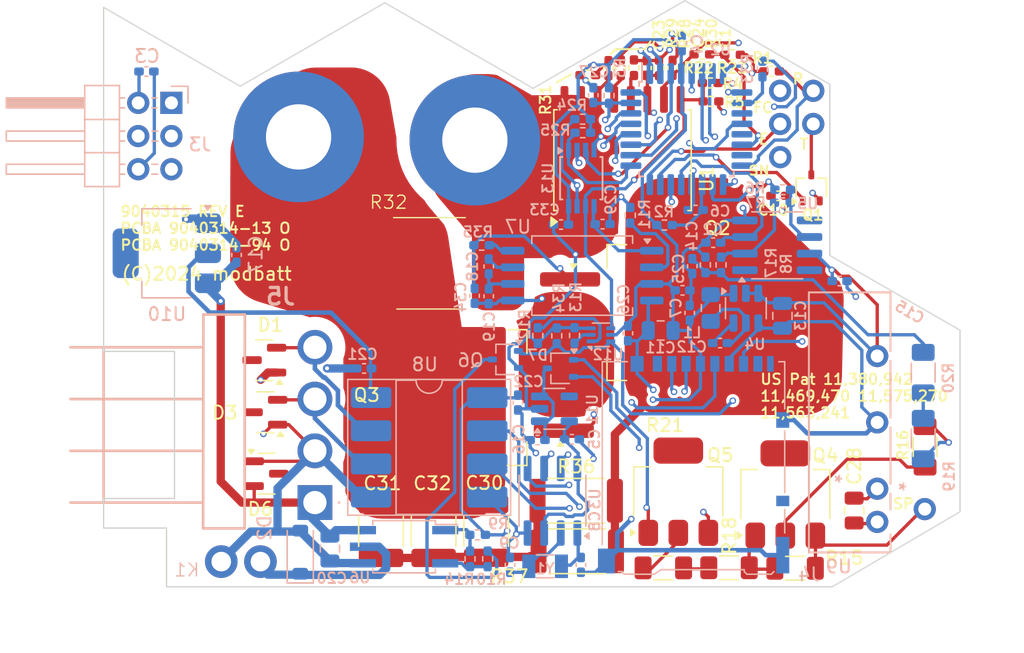
<source format=kicad_pcb>
(kicad_pcb (version 20240108) (generator "pcbnew") (generator_version "8.0")
  (layers (0 "F.Cu" signal) (1 "In1.Cu" signal) (2 "In2.Cu" signal) (31 "B.Cu" signal) (34 "B.Paste" user) (35 "F.Paste" user) (36 "B.SilkS" user "B.Silkscreen") (37 "F.SilkS" user "F.Silkscreen") (38 "B.Mask" user) (39 "F.Mask" user) (44 "Edge.Cuts" user))
  (net 0 "")
  (net 1 "/MODULE CONTROLLER/NV VCC")
  (net 2 "Net-(U2-AVCC)")
  (net 3 "Net-(U3-X1)")
  (net 4 "Net-(U3-X2)")
  (net 5 "STRING NEG")
  (net 6 "Net-(U4-BST)")
  (net 7 "Net-(U4-SW)")
  (net 8 "/HV PWR/MC PWR")
  (net 9 "/HV PWR/5V")
  (net 10 "/HV PWR/DIVIDER")
  (net 11 "/HV PWR/FET S")
  (net 12 "/HV PWR/RELAY POS")
  (net 13 "/12V+")
  (net 14 "STRING POS")
  (net 15 "/12V-")
  (net 16 "Net-(U10-VO)")
  (net 17 "/HV PWR/ADC REF 2.56V")
  (net 18 "/HV PWR/STRING V SENSE")
  (net 19 "/FIRST CELL")
  (net 20 "/TERM NEG")
  (net 21 "Net-(J3-Pin_1)")
  (net 22 "Net-(J3-Pin_3)")
  (net 23 "Net-(J3-Pin_4)")
  (net 24 "Net-(J3-Pin_5)")
  (net 25 "Net-(U11-EN)")
  (net 27 "Net-(J4-CMD)")
  (net 28 "Net-(J4-CLK)")
  (net 29 "Net-(J4-DAT0)")
  (net 31 "Net-(R6-Pad2)")
  (net 32 "Net-(U5--)")
  (net 33 "Net-(U7-VDDM)")
  (net 34 "Net-(U6-C)")
  (net 35 "/MODULE CONTROLLER/5V DET")
  (net 36 "/HV PWR/CAN TXD")
  (net 37 "/HV PWR/CAN RXD")
  (net 39 "Net-(J4-DAT3{slash}CD)")
  (net 40 "/CELL EN")
  (net 41 "Net-(U2-PD0)")
  (net 42 "Net-(U2-PD1)")
  (net 45 "/CAN L")
  (net 46 "/CAN H")
  (net 48 "/HV PWR/FET G")
  (net 49 "/MODULE CONTROLLER/MC TX")
  (net 50 "/CSOUT")
  (net 51 "/HV PWR/RELAY EN")
  (net 52 "/MC RX")
  (net 53 "/MODULE CONTROLLER/CURRENT ADC0")
  (net 54 "/MODULE CONTROLLER/CURRENT ADC1")
  (net 55 "/MC TX")
  (net 56 "Net-(R16-Pad1)")
  (net 57 "Net-(R18-Pad2)")
  (net 58 "Net-(R19-Pad1)")
  (net 59 "Net-(U7-VDDH)")
  (net 62 "Net-(U2-ADC8{slash}PC4)")
  (net 63 "Net-(U2-INT2{slash}ADC6{slash}PB5)")
  (net 65 "Net-(U2-ADC7{slash}PB6)")
  (net 70 "Net-(U2-INT3{slash}PC0)")
  (net 72 "Net-(Q4-D)")
  (net 73 "Net-(Q4-G)")
  (net 74 "Net-(Q5-D)")
  (net 75 "Net-(U7-PXFR)")
  (net 76 "Net-(U12-SETA)")
  (net 77 "Net-(U12-SETB)")
  (net 78 "Net-(U13-D)")
  (net 79 "Net-(U13-C)")
  (net 80 "Net-(U13-~{Q})")
  (net 81 "/HV PWR/FET EN")
  (net 82 "Net-(Q6-D)")
  (net 83 "Net-(Q6-G)")
  (net 84 "Net-(U6-A)")
  (net 85 "/HV PWR/~{OCF}")
  (net 86 "Net-(U7-VDRV)")
  (net 87 "Net-(C30-Pad1)")
  (footprint "modbatt footprints:SOT-23" (layer "F.Cu") (at 101.63 59.0925 180)
    (property "Reference" "D1")
    (property "Value" "MMBZ27VCLT1G")
  )
  (footprint "Capacitor_SMD:C_0402_1005Metric_Pad0.74x0.62mm_HandSolder" (layer "F.Cu") (at 127.98 36.74 -90)
    (property "Reference" "C23")
    (property "Value" "10pF")
  )
  (footprint "modbatt footprints:PinHeader_1x01_P1.00mm_Horizontal" (layer "F.Cu") (at 152.2 70.5)
    (property "Reference" "J9" (hide yes))
    (property "Value" "Conn_01x01_Pin")
  )
  (footprint "Capacitor_SMD:C_0805_2012Metric" (layer "F.Cu") (at 146.79 70.61 90)
    (property "Reference" "C28")
    (property "Value" "22uF  25V")
  )
  (footprint "modbatt footprints:PinHeader_1x01_P1.00mm_Horizontal" (layer "F.Cu") (at 143.66 41.01)
    (property "Reference" "J8" (hide yes))
    (property "Value" "Conn_01x01_Pin")
  )
  (footprint "Resistor_SMD:R_0402_1005Metric_Pad0.72x0.64mm_HandSolder" (layer "F.Cu") (at 131.85 36.72 90)
    (property "Reference" "R30")
    (property "Value" "4.99K 0.1%")
  )
  (footprint "modbatt footprints:SOT-23" (layer "F.Cu") (at 101.79 67.7875)
    (property "Reference" "D6")
    (property "Value" "MMBZ27VCLT1G")
  )
  (footprint "modbatt footprints:PinHeader_1x01_P1.00mm_Horizontal" (layer "F.Cu") (at 141.12 41.01)
    (property "Reference" "J6" (hide yes))
    (property "Value" "Conn_01x01_Pin")
  )
  (footprint "modbatt footprints:TERMINAL" (layer "F.Cu") (at 117.75 42.25)
    (property "Reference" "J1")
    (property "Value" "TERM")
  )
  (footprint "modbatt footprints:SOT-23" (layer "F.Cu") (at 101.71 63.0825 180)
    (property "Reference" "D3")
    (property "Value" "MMBZ27VCLT1G")
  )
  (footprint "Resistor_SMD:R_2512_6332Metric" (layer "F.Cu") (at 125.51 69.86)
    (property "Reference" "R36")
    (property "Value" "4R0 500V")
  )
  (footprint "modbatt footprints:TO-263-3_TabPin2" (layer "F.Cu") (at 132.69 55.45)
    (property "Reference" "Q2")
    (property "Value" "IPB60R040CFD7ATMA1")
  )
  (footprint "Resistor_SMD:R_1206_3216Metric_Pad1.30x1.75mm_HandSolder" (layer "F.Cu") (at 152.22 65.73 -90)
    (property "Reference" "R16")
    (property "Value" "2.7M 0.1% 1206")
  )
  (footprint "Package_SO:SOIC-16W_7.5x10.3mm_P1.27mm" (layer "F.Cu") (at 129.055 43.78 90)
    (property "Reference" "U1")
    (property "Value" "ACS37002LMABTR-050B5")
  )
  (footprint "Resistor_SMD:R_0402_1005Metric_Pad0.72x0.64mm_HandSolder" (layer "F.Cu") (at 129.93 36.7 -90)
    (property "Reference" "R28")
    (property "Value" "4.99K 0.1%")
  )
  (footprint "Capacitor_SMD:C_1812_4532Metric" (layer "F.Cu") (at 118.61 72.18 90)
    (property "Reference" "C30")
    (property "Value" ".1uF 1KV")
  )
  (footprint "Resistor_SMD:R_0402_1005Metric_Pad0.72x0.64mm_HandSolder" (layer "F.Cu") (at 128.92 36.71 -90)
    (property "Reference" "R29")
    (property "Value" "4.99K 0.1%")
  )
  (footprint "Resistor_SMD:R_2512_6332Metric" (layer "F.Cu") (at 125.59 73.73)
    (property "Reference" "R37")
    (property "Value" "4R0 500V")
  )
  (footprint "Resistor_SMD:R_1206_3216Metric_Pad1.30x1.75mm_HandSolder" (layer "F.Cu") (at 132.18 75 180)
    (property "Reference" "R21")
    (property "Value" "2.7M")
  )
  (footprint "Package_TO_SOT_SMD:SOT-223" (layer "F.Cu") (at 133.327501 69.17 90)
    (property "Reference" "Q5")
    (property "Value" "ZVN0545G")
  )
  (footprint "Capacitor_SMD:C_0402_1005Metric_Pad0.74x0.62mm_HandSolder" (layer "F.Cu") (at 132.89 36.71 90)
    (property "Reference" "C1")
    (property "Value" "2.2uF")
  )
  (footprint "Package_TO_SOT_SMD:SOT-223" (layer "F.Cu") (at 141.52 69.38 90)
    (property "Reference" "Q4")
    (property "Value" "ZVP0545G")
  )
  (footprint "modbatt footprints:modbatt relay tab" (layer "F.Cu") (at 99.83 75.02 -90)
    (property "Reference" "K1")
    (property "Value" "DVR05")
  )
  (footprint "Resistor_SMD:R_0402_1005Metric_Pad0.72x0.64mm_HandSolder" (layer "F.Cu") (at 140.47 36.98 180)
    (property "Reference" "R1")
    (property "Value" "1K")
  )
  (footprint "Capacitor_SMD:C_1812_4532Metric" (layer "F.Cu") (at 110.56 72.19 90)
    (property "Reference" "C31")
    (property "Value" ".1uF 1KV")
  )
  (footprint "Package_TO_SOT_SMD:SOT-323_SC-70" (layer "F.Cu") (at 143.51 45.9 90)
    (property "Reference" "Q1")
    (property "Value" "2N7002")
  )
  (footprint "Capacitor_SMD:C_0402_1005Metric_Pad0.74x0.62mm_HandSolder" (layer "F.Cu") (at 130.89 36.72 -90)
    (property "Reference" "C24")
    (property "Value" "10pF")
  )
  (footprint "Capacitor_SMD:C_1812_4532Metric" (layer "F.Cu") (at 114.59 72.19 90)
    (property "Reference" "C32")
    (property "Value" ".1uF 1KV")
  )
  (footprint "Resistor_SMD:R_1206_3216Metric_Pad1.30x1.75mm_HandSolder" (layer "F.Cu") (at 142.27 75.03 180)
    (property "Reference" "R15")
    (property "Value" "200K 1206")
  )
  (footprint "modbatt footprints:TERMINAL" (layer "F.Cu") (at 104.25 42)
    (property "Reference" "J2")
    (property "Value" "TERM")
  )
  (footprint "Resistor_SMD:R_1206_3216Metric_Pad1.30x1.75mm_HandSolder" (layer "F.Cu") (at 137.21 74.99 180)
    (property "Reference" "R18")
    (property "Value" "2.7M")
  )
  (footprint "modbatt footprints:PinHeader_1x01_P1.00mm_Horizontal" (layer "F.Cu") (at 143.66 38.47)
    (property "Reference" "J7" (hide yes))
    (property "Value" "Conn_01x01_Pin")
  )
  (footprint "Resistor_SMD:R_0402_1005Metric_Pad0.72x0.64mm_HandSolder" (layer "F.Cu") (at 135.77 37.87 180)
    (property "Reference" "R4")
    (property "Value" "4.7K")
  )
  (footprint "modbatt footprints:PinHeader_1x01_P1.00mm_Horizontal" (layer "F.Cu") (at 141.12 38.47)
    (property "Reference" "J11" (hide yes))
    (property "Value" "Conn_01x01_Pin")
  )
  (footprint "Capacitor_SMD:C_0402_1005Metric_Pad0.74x0.62mm_HandSolder" (layer "F.Cu") (at 140.99 46.51)
    (property "Reference" "C10")
    (property "Value" "10pF")
  )
  (footprint "modbatt footprints:TO-263-3_TabPin2" (layer "F.Cu") (at 116.91 61.96 180)
    (property "Reference" "Q3")
    (property "Value" "IPB60R040CFD7ATMA1")
  )
  (footprint "Resistor_SMD:R_0402_1005Metric_Pad0.72x0.64mm_HandSolder" (layer "F.Cu") (at 135.83 39.28)
    (property "Reference" "R5")
    (property "Value" "100K")
  )
  (footprint "Resistor_SMD:R_0402_1005Metric_Pad0.72x0.64mm_HandSolder" (layer "F.Cu") (at 135.13 35.68)
    (property "Reference" "R22")
    (property "Value" "100K")
  )
  (footprint "modbatt footprints:PinHeader_1x01_P1.00mm_Horizontal" (layer "F.Cu") (at 141.13 43.55)
    (property "Reference" "J10" (hide yes))
    (property "Value" "Conn_01x01_Pin")
  )
  (footprint "Resistor_SMD:R_0402_1005Metric_Pad0.72x0.64mm_HandSolder" (layer "F.Cu") (at 137.48 35.71)
    (property "Reference" "R23")
    (property "Value" "100K")
  )
  (footprint "modbatt footprints:3560" (layer "F.Cu") (at 114.27 51.68)
    (property "Reference" "R32")
    (property "Value" "33K 3560 6W")
  )
  (footprint "Resistor_SMD:R_0402_1005Metric_Pad0.72x0.64mm_HandSolder" (layer "F.Cu") (at 126.4 37.27)
    (property "Reference" "R31")
    (property "Value" "4.99K 0.1%")
  )
  (footprint "Inductor_SMD:L_0805_2012Metric_Pad1.15x1.40mm_HandSolder" (layer "B.Cu") (at 135.8 55.1 -90)
    (property "Reference" "L1")
    (property "Value" "4.7uH")
  )
  (footprint "Capacitor_SMD:C_0402_1005Metric_Pad0.74x0.62mm_HandSolder" (layer "B.Cu") (at 134.65 47.6 180)
    (property "Reference" "C6")
    (property "Value" ".1uF")
  )
  (footprint "Capacitor_SMD:C_0402_1005Metric_Pad0.74x0.62mm_HandSolder" (layer "B.Cu") (at 125.87 74.77 90)
    (property "Reference" "C8")
    (property "Value" "7pF")
  )
  (footprint "Crystal:Crystal_SMD_3215-2Pin_3.2x1.5mm" (layer "B.Cu") (at 123.13 74.88 180)
    (property "Reference" "Y1")
    (property "Value" "32.768KHz SC-32")
  )
  (footprint "Capacitor_SMD:C_0402_1005Metric_Pad0.74x0.62mm_HandSolder" (layer "B.Cu") (at 125.18 65.15)
    (property "Reference" "C5")
    (property "Value" ".1uF")
  )
  (footprint "Capacitor_SMD:C_0402_1005Metric_Pad0.74x0.62mm_HandSolder" (layer "B.Cu") (at 133.6 34.82 90)
    (property "Reference" "C4")
    (property "Value" ".1uF")
  )
  (footprint "Resistor_SMD:R_0402_1005Metric_Pad0.72x0.64mm_HandSolder" (layer "B.Cu") (at 135.4 51.8 -90)
    (property "Reference" "R17")
    (property "Value" "100K 0.1% ")
  )
  (footprint "Capacitor_SMD:C_0402_1005Metric_Pad0.74x0.62mm_HandSolder" (layer "B.Cu") (at 121.05 62.34 -90)
    (property "Reference" "C22")
    (property "Value" ".1uF 50V")
  )
  (footprint "Resistor_SMD:R_0402_1005Metric_Pad0.72x0.64mm_HandSolder" (layer "B.Cu") (at 141.32 46.04)
    (property "Reference" "R6")
    (property "Value" "10K")
  )
  (footprint "Capacitor_SMD:C_0402_1005Metric_Pad0.74x0.62mm_HandSolder" (layer "B.Cu") (at 127.53 48.68)
    (property "Reference" "C29")
    (property "Value" ".1uF")
  )
  (footprint "modbatt footprints:6403896-4" (layer "B.Cu") (at 105.5 70 -90)
    (property "Reference" "J5")
    (property "Value" "640389-4" (hide yes))
  )
  (footprint "Capacitor_SMD:C_0805_2012Metric" (layer "B.Cu") (at 141.3 55.7 -90)
    (property "Reference" "C13")
    (property "Value" "22uF  25V")
  )
  (footprint "Capacitor_SMD:C_0402_1005Metric_Pad0.74x0.62mm_HandSolder" (layer "B.Cu") (at 134.4 51.9 -90)
    (property "Reference" "C14")
    (property "Value" "10pF")
  )
  (footprint "Capacitor_SMD:C_0402_1005Metric_Pad0.74x0.62mm_HandSolder" (layer "B.Cu") (at 126.82 38.8 90)
    (property "Reference" "C27")
    (property "Value" ".1uF")
  )
  (footprint "Resistor_SMD:R_0402_1005Metric_Pad0.72x0.64mm_HandSolder" (layer "B.Cu") (at 136.6 51.8 -90)
    (property "Reference" "R8")
    (property "Value" "1.0M 0.1%")
  )
  (footprint "Resistor_SMD:R_0402_1005Metric_Pad0.72x0.64mm_HandSolder" (layer "B.Cu") (at 141.29 47.05 180)
    (property "Reference" "R7")
    (property "Value" "1.0M 0.1%")
  )
  (footprint "Capacitor_SMD:C_0402_1005Metric_Pad0.74x0.62mm_HandSolder" (layer "B.Cu") (at 109.27 59.73 180)
    (property "Reference" "C21")
    (property "Value" ".1uF 50V")
  )
  (footprint "Package_SO:SOIC-8_3.9x4.9mm_P1.27mm" (layer "B.Cu") (at 123.69 69.86 90)
    (property "Reference" "U3")
    (property "Value" "MCP7940N-xMS")
  )
  (footprint "Resistor_SMD:R_1206_3216Metric_Pad1.30x1.75mm_HandSolder" (layer "B.Cu") (at 152.08 65.1 -90)
    (property "Reference" "R19")
    (property "Value" "2.7M 0.1% 1206")
  )
  (footprint "Package_TO_SOT_SMD:SOT-323_SC-70" (layer "B.Cu") (at 120.09 59.04 180)
    (property "Reference" "Q6")
    (property "Value" "2N7002")
  )
  (footprint "modbatt footprints:DIP-8_W8.89mm_SMDSocket_LongPads" (layer "B.Cu") (at 114.25 65.77 180)
    (property "Reference" "U8")
    (property "Value" "ISO1050DUB")
  )
  (footprint "Capacitor_SMD:C_0402_1005Metric_Pad0.74x0.62mm_HandSolder" (layer "B.Cu") (at 122.55 65.21 180)
    (property "Reference" "C16")
    (property "Value" "1uF")
  )
  (footprint "modbatt footprints:SIP6_IB_LS-1WR3_MNS" (layer "B.Cu") (at 148.5582 71.48 90)
    (property "Reference" "U9")
    (property "Value" "IB1205LS-1WR3")
  )
  (footprint "Package_SO:SOIC-8_7.5x5.85mm_P1.27mm" (layer "B.Cu") (at 125.97 52.62 180)
    (property "Reference" "U7")
    (property "Value" "TPSI3050D")
  )
  (footprint "Resistor_SMD:R_1206_3216Metric_Pad1.30x1.75mm_HandSolder" (layer "B.Cu") (at 152.08 60.05 -90)
    (property "Reference" "R20")
    (property "Value" "2.7M 0.1% 1206")
  )
  (footprint "Capacitor_SMD:C_0402_1005Metric_Pad0.74x0.62mm_HandSolder" (layer "B.Cu") (at 99.5 51.0375 90)
    (property "Reference" "C17")
    (property "Value" ".1uF 50V")
  )
  (footprint "Capacitor_SMD:C_0402_1005Metric_Pad0.74x0.62mm_HandSolder" (layer "B.Cu") (at 136 50.1 180)
    (property "Reference" "C2")
    (property "Value" "10nF")
  )
  (footprint "Resistor_SMD:R_0402_1005Metric_Pad0.72x0.64mm_HandSolder" (layer "B.Cu") (at 122.57 57.2125 90)
    (property "Reference" "R12")
    (property "Value" "787K 1%")
  )
  (footprint "Resistor_SMD:R_0402_1005Metric_Pad0.72x0.64mm_HandSolder" (layer "B.Cu") (at 117.38 74.31 -90)
    (property "Reference" "R14")
    (property "Value" "4.99K 0.1%")
  )
  (footprint "Resistor_SMD:R_0402_1005Metric_Pad0.72x0.64mm_HandSolder" (layer "B.Cu") (at 125.38 57.2025 -90)
    (property "Reference" "R13")
    (property "Value" "787K 1%")
  )
  (footprint "Resistor_SMD:R_0402_1005Metric_Pad0.72x0.64mm_HandSolder" (layer "B.Cu") (at 118.27 50.29 180)
    (property "Reference" "R35")
    (property "Value" "22")
  )
  (footprint "Resistor_SMD:R_0402_1005Metric_Pad0.72x0.64mm_HandSolder" (layer "B.Cu") (at 124.02 57.2325 90)
    (property "Reference" "R34")
    (property "Value" "100K")
  )
  (footprint "Capacitor_SMD:C_0402_1005Metric_Pad0.74x0.62mm_HandSolder" (layer "B.Cu") (at 118.81 54.2 -90)
    (property "Reference" "C19")
    (property "Value" "1uF")
  )
  (footprint "Package_SO:TSSOP-8_3x3mm_P0.65mm" (layer "B.Cu") (at 125.9 45.16 -90)
    (property "Reference" "U13")
    (property "Value" "TC7WH74FU")
  )
  (footprint "Resistor_SMD:R_0402_1005Metric_Pad0.72x0.64mm_HandSolder" (layer "B.Cu") (at 139.77 36.8 90)
    (property "Reference" "R33")
    (property "Value" "4.7K")
  )
  (footprint "Package_TO_SOT_SMD:SOT-323_SC-70" (layer "B.Cu") (at 124.3 59.72 180)
    (property "Reference" "D7")
    (property "Value" "BAT54CW")
  )
  (footprint "Capacitor_SMD:C_0402_1005Metric_Pad0.74x0.62mm_HandSolder" (layer "B.Cu") (at 120.44 74.77 -90)
    (property "Reference" "C9")
    (property "Value" "7pF")
  )
  (footprint "Capacitor_SMD:C_0402_1005Metric_Pad0.74x0.62mm_HandSolder" (layer "B.Cu") (at 133.65 53.75 180)
    (property "Reference" "C25")
    (property "Value" ".1uF")
  )
  (footprint "modbatt footprints:microSD_HC_Hirose_DM3AT-SF-PEJM5" (layer "B.Cu") (at 134.5 67.1 180)
    (property "Reference" "J4")
    (property "Value" "Micro_SD_Card_Det_Hirose_DM3AT")
  )
  (footprint "Resistor_SMD:R_0402_1005Metric_Pad0.72x0.64mm_HandSolder" (layer "B.Cu") (at 118.73 74.31 -90)
    (property "Reference" "R10")
    (property "Value" "68")
  )
  (footprint "Capacitor_SMD:C_0402_1005Metric_Pad0.74x0.62mm_HandSolder" (layer "B.Cu") (at 118.81 51.92 -90)
    (property "Reference" "C18")
    (property "Value" "1uF")
  )
  (footprint "Package_SO:SOIC-8_3.9x4.9mm_P1.27mm" (layer "B.Cu") (at 140.9 50.3)
    (property "Reference" "U5")
    (property "Value" "TLV333 8SOIC")
  )
  (footprint "Resistor_SMD:R_0402_1005Metric_Pad0.72x0.64mm_HandSolder" (layer "B.Cu") (at 126 40.64 180)
    (property "Reference" "R24")
    (property "Value" "4.7K")
  )
  (footprint "Capacitor_SMD:C_0402_1005Metric_Pad0.74x0.62mm_HandSolder" (layer "B.Cu") (at 136.525 57.785)
    (property "Reference" "C12")
    (property "Value" ".1uF")
  )
  (footprint "Resistor_SMD:R_0402_1005Metric_Pad0.72x0.64mm_HandSolder" (layer "B.Cu") (at 129.65 48 -90)
    (property "Reference" "R11")
    (property "Value" "200K")
  )
  (footprint "Capacitor_SMD:C_0402_1005Metric_Pad0.74x0.62mm_HandSolder" (layer "B.Cu") (at 145.68 53.04)
    (property "Reference" "C15")
    (property "Value" ".1uF")
  )
  (footprint "Connector_PinHeader_2.54mm:PinHeader_2x03_P2.54mm_Horizontal" (layer "B.Cu") (at 94.5125 39.395 180)
    (property "Reference" "J3")
    (property "Value" "Debug")
  )
  (footprint "modbatt footprints:SO-6_4.4x3.6mm_P1.27mm" (layer "B.Cu") (at 112.33 73.38 180)
    (property "Reference" "U6")
    (property "Value" "TLP152")
  )
  (footprint "Capacitor_SMD:C_0402_1005Metric_Pad0.74x0.62mm_HandSolder" (layer "B.Cu") (at 134.2 55.475 90)
    (property "Reference" "C7")
    (property "Value" ".1uF")
  )
  (footprint "Resistor_SMD:R_0402_1005Metric_Pad0.72x0.64mm_HandSolder" (layer "B.Cu") (at 126.01 41.68 180)
    (property "Reference" "R25")
    (property "Value" "4.7K")
  )
  (footprint "Resistor_SMD:R_0402_1005Metric_Pad0.72x0.64mm_HandSolder" (layer "B.Cu") (at 117.96 72.47)
    (property "Reference" "R9")
    (property "Value" "68")
  )
  (footprint "Package_TO_SOT_SMD:TSOT-23-6" (layer "B.Cu") (at 138.5 55.118 -90)
    (property "Reference" "U4")
    (property "Value" "AP63203WU")
  )
  (footprint "Capacitor_SMD:C_0402_1005Metric_Pad0.74x0.62mm_HandSolder" (layer "B.Cu") (at 92.6 36.99)
    (property "Reference" "C3")
    (property "Value" ".1uF")
  )
  (footprint "Capacitor_SMD:C_0805_2012Metric" (layer "B.Cu") (at 131.975 56.825 180)
    (property "Reference" "C11")
    (property "Value" "22uF  25V")
  )
  (footprint "modbatt footprints:SOT-563" (layer "B.Cu") (at 127.4 57.155)
    (property "Reference" "U12")
    (property "Value" "TMP392")
  )
  (footprint "Capacitor_SMD:C_0402_1005Metric_Pad0.74x0.62mm_HandSolder" (layer "B.Cu") (at 117.73 54.17 -90)
    (property "Reference" "C34")
    (property "Value" "10pF")
  )
  (footprint "Capacitor_SMD:C_0805_2012Metric" (layer "B.Cu") (at 106.651764 73.521764 -90)
    (property "Reference" "C20")
    (property "Value" "22uF  25V")
  )
  (footprint "Package_TO_SOT_SMD:SOT-223" (layer "B.Cu") (at 94.16 50.91 180)
    (property "Reference" "U10")
    (property "Value" "AZ1117-5.0")
  )
  (footprint "Diode_SMD:D_SOD-123" (layer "B.Cu") (at 104.38 73.7975 90)
    (property "Reference" "D2")
    (property "Value" "20V 350mA SOD123")
  )
  (footprint "Resistor_SMD:R_0402_1005Metric_Pad0.72x0.64mm_HandSolder" (layer "B.Cu") (at 132.27 48.75)
    (property "Reference" "R2")
    (property "Value" "4.7 OHM")
  )
  (footprint "Capacitor_SMD:C_0402_1005Metric_Pad0.74x0.62mm_HandSolder" (layer "B.Cu") (at 129.47 57.04 -90)
    (property "Reference" "C26")
    (property "Value" ".1uF")
  )
  (footprint "Resistor_SMD:R_0402_1005Metric_Pad0.72x0.64mm_HandSolder" (layer "B.Cu") (at 128.02 38.83 -90)
    (property "Reference" "R3")
    (property "Value" "4.7K")
  )
  (footprint "Package_TO_SOT_SMD:SOT-23-5" (layer "B.Cu") (at 123.84 62.82)
    (property "Reference" "U11")
    (property "Value" "MIC5504-3.3YM5")
  )
  (footprint "modbatt footprints:TQFP-32_7x7mm_P0.8mm" (layer "B.Cu") (at 133.95 41.4 -90)
    (property "Reference" "U2")
    (property "Value" "ATmega64M1-AU")
  )
  (footprint "Capacitor_SMD:C_0402_1005Metric_Pad0.74x0.62mm_HandSolder" (layer "B.Cu") (at 124.3475 48.71 180)
    (property "Reference" "C33")
    (property "Value" ".1uF")
  )
  (gr_line (start 128.54 35.28) (end 130.79 35.28) (stroke (width 0.15)) (layer "F.SilkS"))
  (gr_line (start 128.11 35.68) (end 128.54 35.28) (stroke (width 0.15)) (layer "F.SilkS"))
  (gr_line (start 124.02 37.82) (end 125.15 37.21) (stroke (width 0.15)) (layer "F.SilkS"))
  (gr_line (start 130.79 35.28) (end 131.2 34.68) (stroke (width 0.15)) (layer "F.SilkS"))
  (gr_poly (pts (xy 154.9 56.8) (xy 154.9 70.7) (xy 145.112941 76.44998) (xy 94.139613 76.44998) (xy 94.139613 71.94998) (xy 89.32 71.94998) (xy 89.32 69.68648) (xy 94.7488 69.68648) (xy 94.7488 58.42632) (xy 89.32 58.42632) (xy 89.32 32.08) (xy 99.781 38.119662) (xy 110.854367 31.72645) (xy 122.204367 38.279376) (xy 133.831 31.566736) (xy 144.927 37.973015) (xy 144.927 51.078866)) (stroke (width 0.1)) (fill none) (layer "Edge.Cuts"))
  (gr_text "9040315 REV E  \nPCBA 9040314-13 O\nPCBA 9040314-94 O" (at 90.53 50.75 0) (layer "F.SilkS") (effects (font (size 0.8 0.8) (thickness 0.15) (bold yes)) (justify left bottom)))
  (gr_text "(C)2024 modbatt" (at 90.62 53.07 0) (layer "F.SilkS") (effects (font (size 1 1)) (justify left bottom)))
  (gr_text "FC" (at 138.96 40.22 0) (layer "F.SilkS") (effects (font (size 0.8 0.8) (thickness 0.15) (bold yes)) (justify left bottom)))
  (gr_text "SP" (at 149.68 70.56 0) (layer "F.SilkS") (effects (font (size 0.8 0.8) (thickness 0.15) (bold yes)) (justify left bottom)))
  (gr_text "T" (at 142.55 43.03 0) (layer "F.SilkS") (effects (font (size 0.8 0.8) (thickness 0.15) (bold yes)) (justify left bottom)))
  (gr_text "SN" (at 138.62 44.99 0) (layer "F.SilkS") (effects (font (size 0.7 0.8) (thickness 0.15) (bold yes)) (justify left bottom)))
  (gr_text "E" (at 139.39 42.64 0) (layer "F.SilkS") (effects (font (size 0.8 0.8) (thickness 0.15) (bold yes)) (justify left bottom)))
  (gr_text "R" (at 142 38.03 0) (layer "F.SilkS") (effects (font (size 0.8 0.8) (thickness 0.15) (bold yes)) (justify left bottom)))
  (gr_text "US Pat 11,380,942 \n11,469,470 11,575,270 \n11,563,241 \n" (at 139.53 63.6 -0) (layer "F.SilkS") (effects (font (size 0.8 0.8)) (justify left bottom)))
  (segment (start 123.399288 70.890713) (end 123.12 71.170001) (width 0.254) (layer "B.Cu") (net 1))
  (segment (start 125.37874 70.944684) (end 125.259711 71.063713) (width 0.254) (layer "B.Cu") (net 1))
  (segment (start 123.12 71.170001) (end 123.12 72.145) (width 0.254) (layer "B.Cu") (net 1))
  (segment (start 124.740287 71.063713) (end 124.567287 70.890713) (width 0.254) (layer "B.Cu") (net 1))
  (segment (start 124.6125 65.1825) (end 125.66 66.23) (width 0.254) (layer "B.Cu") (net 1))
  (segment (start 125.2975 63.77) (end 124.6125 64.455) (width 0.254) (layer "B.Cu") (net 1))
  (segment (start 125.66 69.329892) (end 126.38808 70.057972) (width 0.254) (layer "B.Cu") (net 1))
  (segment (start 125.259711 71.063713) (end 124.740287 71.063713) (width 0.254) (layer "B.Cu") (net 1))
  (segment (start 126.020792 70.944684) (end 125.37874 70.944684) (width 0.254) (layer "B.Cu") (net 1))
  (segment (start 124.6125 64.455) (end 124.6125 65.1825) (width 0.254) (layer "B.Cu") (net 1))
  (segment (start 124.567287 70.890713) (end 123.399288 70.890713) (width 0.254) (layer "B.Cu") (net 1))
  (segment (start 126.38808 70.057972) (end 126.38808 70.577396) (width 0.254) (layer "B.Cu") (net 1))
  (segment (start 126.38808 70.577396) (end 126.020792 70.944684) (width 0.254) (layer "B.Cu") (net 1))
  (segment (start 125.66 66.23) (end 125.66 69.329892) (width 0.254) (layer "B.Cu") (net 1))
  (segment (start 135.1 47.708018) (end 134.058018 48.75) (width 0.254) (layer "B.Cu") (net 2))
  (segment (start 135.1 46.15) (end 135.1 47.708018) (width 0.254) (layer "B.Cu") (net 2))
  (segment (start 134.058018 48.75) (end 132.8675 48.75) (width 0.254) (layer "B.Cu") (net 2))
  (segment (start 125.66 72.145) (end 125.66 74.21) (width 0.254) (layer "B.Cu") (net 3))
  (segment (start 125.66 74.21) (end 125.08 74.79) (width 0.254) (layer "B.Cu") (net 3))
  (segment (start 125.08 74.79) (end 124.38 74.79) (width 0.254) (layer "B.Cu") (net 3))
  (segment (start 120.44 75.3375) (end 120.9875 75.3375) (width 0.254) (layer "B.Cu") (net 4))
  (segment (start 121.33 75.34) (end 122.66 74.01) (width 0.254) (layer "B.Cu") (net 4))
  (segment (start 123.27 74.01) (end 124.39 72.89) (width 0.254) (layer "B.Cu") (net 4))
  (segment (start 122.66 74.01) (end 123.27 74.01) (width 0.254) (layer "B.Cu") (net 4))
  (segment (start 120.9875 75.3375) (end 120.99 75.34) (width 0.254) (layer "B.Cu") (net 4))
  (segment (start 120.99 75.34) (end 121.33 75.34) (width 0.254) (layer "B.Cu") (net 4))
  (segment (start 135.627501 71.097501) (end 135.25 70.72) (width 0.254) (layer "F.Cu") (net 5))
  (segment (start 131.402391 40.2) (end 131.454 40.148391) (width 0.254) (layer "F.Cu") (net 5))
  (segment (start 144.21 46.91) (end 143.61 46.31) (width 0.254) (layer "F.Cu") (net 5))
  (segment (start 126.23508 37.668317) (end 126.200817 37.668317) (width 0.254) (layer "F.Cu") (net 5))
  (segment (start 139.067244 36.227963) (end 139.067244 37.03) (width 0.254) (layer "F.Cu") (net 5))
  (segment (start 132.89 34.160433) (end 132.89 34.74821) (width 0.254) (layer "F.Cu") (net 5))
  (segment (start 132.832504 34.102937) (end 132.89 34.160433) (width 0.254) (layer "F.Cu") (net 5))
  (segment (start 138.0775 35.71) (end 138.549281 35.71) (width 0.254) (layer "F.Cu") (net 5))
  (segment (start 139.117244 36.98) (end 138.969345 37.127899) (width 0.254) (layer "F.Cu") (net 5))
  (segment (start 141.7375 47.223625) (end 141.7375 46.66) (width 0.254) (layer "F.Cu") (net 5))
  (segment (start 133.232318 35.090528) (end 133.232318 35.800182) (width 0.254) (layer "F.Cu") (net 5))
  (segment (start 127.98 37.675) (end 127.15 38.505) (width 0.254) (layer "F.Cu") (net 5))
  (segment (start 130.96 39.13) (end 130.96 37.3575) (width 0.254) (layer "F.Cu") (net 5))
  (segment (start 139.067244 37.03) (end 138.969345 37.127899) (width 0.254) (layer "F.Cu") (net 5))
  (segment (start 130.89 37.2875) (end 131.82 37.2875) (width 0.254) (layer "F.Cu") (net 5))
  (segment (start 138.549281 35.71) (end 139.067244 36.227963) (width 0.254) (layer "F.Cu") (net 5))
  (segment (start 131.02 40.2) (end 131.402391 40.2) (width 0.254) (layer "F.Cu") (net 5))
  (segment (start 136.4275 39.7275) (end 136.81 40.11) (width 0.254) (layer "F.Cu") (net 5))
  (segment (start 126.200817 37.668317) (end 125.8025 37.27) (width 0.254) (layer "F.Cu") (net 5))
  (segment (start 130.96 40.14) (end 131.02 40.2) (width 0.254) (layer "F.Cu") (net 5))
  (segment (start 143.61 46.31) (end 143.61 46.29) (width 0.254) (layer "F.Cu") (net 5))
  (segment (start 124.76 49.26) (end 117.75 42.25) (width 0.254) (layer "F.Cu") (net 5))
  (segment (start 130.96 39.13) (end 130.96 40.14) (width 0.254) (layer "F.Cu") (net 5))
  (segment (start 127.98 37.3075) (end 127.98 37.675) (width 0.254) (layer "F.Cu") (net 5))
  (segment (start 135.627501 72.32) (end 135.627501 71.097501) (width 0.254) (layer "F.Cu") (net 5))
  (segment (start 133.232318 35.800182) (end 132.89 36.1425) (width 0.254) (layer "F.Cu") (net 5))
  (segment (start 141.277042 47.684083) (end 141.7375 47.223625) (width 0.254) (layer "F.Cu") (net 5))
  (segment (start 136.3575 39.21) (end 136.4275 39.28) (width 0.254) (layer "F.Cu") (net 5))
  (segment (start 139.8725 36.98) (end 139.117244 36.98) (width 0.254) (layer "F.Cu") (net 5))
  (segment (start 132.89 34.74821) (end 133.232318 35.090528) (width 0.254) (layer "F.Cu") (net 5))
  (segment (start 127.965 49.26) (end 124.76 49.26) (width 0.254) (layer "F.Cu") (net 5))
  (segment (start 136.4275 39.28) (end 136.4275 39.7275) (width 0.254) (layer "F.Cu") (net 5))
  (via (at 134.35 38.43) (size 0.5) (drill 0.3) (layers "F.Cu" "B.Cu") (net 5))
  (via (at 126.23508 37.668317) (size 0.5) (drill 0.3) (layers "F.Cu" "B.Cu") (net 5))
  (via (at 143.61 46.29) (size 0.5) (drill 0.3) (layers "F.Cu" "B.Cu") (net 5))
  (via (at 138.969345 37.127899) (size 0.5) (drill 0.3) (layers "F.Cu" "B.Cu") (net 5))
  (via (at 138.282291 47.44929) (size 0.5) (drill 0.3) (layers "F.Cu" "B.Cu") (net 5))
  (via (at 146.92 54.23) (size 0.5) (drill 0.3) (layers "F.Cu" "B.Cu") (net 5))
  (via (at 126.828356 66.638357) (size 0.5) (drill 0.3) (layers "F.Cu" "B.Cu") (net 5))
  (via (at 128.95 46.59) (size 0.5) (drill 0.3) (layers "F.Cu" "B.Cu") (net 5))
  (via (at 134.481399 44.581399) (size 0.5) (drill 0.3) (layers "F.Cu" "B.Cu") (net 5))
  (via (at 127.400682 41.972071) (size 0.5) (drill 0.3) (layers "F.Cu" "B.Cu") (net 5))
  (via (at 120.924994 72.425006) (size 0.5) (drill 0.3) (layers "F.Cu" "B.Cu") (net 5))
  (via (at 141.277042 47.684083) (size 0.5) (drill 0.3) (layers "F.Cu" "B.Cu") (net 5))
  (via (at 122.419706 66.206322) (size 0.5) (drill 0.3) (layers "F.Cu" "B.Cu") (net 5))
  (via (at 125.45 50.99) (size 0.5) (drill 0.3) (layers "F.Cu" "B.Cu") (net 5))
  (via (at 135.25 70.72) (size 0.5) (drill 0.3) (layers "F.Cu" "B.Cu") (net 5))
  (via (at 131.413512 61.369454) (size 0.5) (drill 0.3) (layers "F.Cu" "B.Cu") (net 5))
  (via (at 132.832504 34.102937) (size 0.5) (drill 0.3) (layers "F.Cu" "B.Cu") (net 5))
  (via (at 129.73 71.26) (size 0.5) (drill 0.3) (layers "F.Cu" "B.Cu") (net 5))
  (via (at 136.81 40.11) (size 0.5) (drill 0.3) (layers "F.Cu" "B.Cu") (net 5))
  (via (at 131.454 40.148391) (size 0.5) (drill 0.3) (layers "F.Cu" "B.Cu") (net 5))
  (segment (start 136.966018 48.395) (end 138.425 48.395) (width 0.254) (layer "B.Cu") (net 5))
  (segment (start 121.36 64.7775) (end 121.7725 65.19) (width 0.254) (layer "B.Cu") (net 5))
  (segment (start 142.175 63.675) (end 141.325 63.675) (width 0.35) (layer "B.Cu") (net 5))
  (segment (start 120.32 73.03) (end 120.924994 72.425006) (width 0.254) (layer "B.Cu") (net 5))
  (segment (start 138.425 47.591999) (end 138.282291 47.44929) (width 0.254) (layer "B.Cu") (net 5))
  (segment (start 147.3812 62.683) (end 148.5582 63.86) (width 0.254) (layer "B.Cu") (net 5))
  (segment (start 121.923 57.1955) (end 121.923 56.211344) (width 0.254) (layer "B.Cu") (net 5))
  (segment (start 122.265844 55.8685) (end 123.0615 55.8685) (width 0.254) (layer "B.Cu") (net 5))
  (segment (start 125.38 56.605) (end 124.05 56.605) (width 0.254) (layer "B.Cu") (net 5))
  (segment (start 120.367499 58.9675) (end 121.69 60.290001) (width 0.254) (layer "B.Cu") (net 5))
  (segment (start 125.87 75.3375) (end 126.9625 75.3375) (width 0.254) (layer "B.Cu") (net 5))
  (segment (start 141.3 56.65) (end 139.8445 56.65) (width 0.254) (layer "B.Cu") (net 5))
  (segment (start 148.5582 63.86) (end 147.7182 64.7) (width 0.35) (layer "B.Cu") (net 5))
  (segment (start 133.573437 34.225937) (end 132.955504 34.225937) (width 0.254) (layer "B.Cu") (net 5))
  (segment (start 128.654 73.646) (end 139.646 73.646) (width 0.35) (layer "B.Cu") (net 5))
  (segment (start 126.875 43.01) (end 126.875 42.497753) (width 0.254) (layer "B.Cu") (net 5))
  (segment (start 130.1075 57.6075) (end 130.175 57.675) (width 0.254) (layer "B.Cu") (net 5))
  (segment (start 121.69 62.7) (end 121.81 62.82) (width 0.254) (layer "B.Cu") (net 5))
  (segment (start 121.36 63.2175) (end 121.36 64.7775) (width 0.254) (layer "B.Cu") (net 5))
  (segment (start 121.785 72.335) (end 121.015 72.335) (width 0.254) (layer "B.Cu") (net 5))
  (segment (start 93.2035 37.026) (end 93.2035 43.244) (width 0.254) (layer "B.Cu") (net 5))
  (segment (start 121.015 72.335) (end 120.924994 72.425006) (width 0.254) (layer "B.Cu") (net 5))
  (segment (start 141.799938 56.150062) (end 145.196774 56.150062) (width 0.254) (layer "B.Cu") (net 5))
  (segment (start 123.0225 62.82) (end 121.81 62.82) (width 0.254) (layer "B.Cu") (net 5))
  (segment (start 123.745 56.635) (end 122.57 57.81) (width 0.254) (layer "B.Cu") (net 5))
  (segment (start 128.654 72.336) (end 128.654 73.646) (width 0.35) (layer "B.Cu") (net 5))
  (segment (start 121.9825 65.769116) (end 121.9825 65.21) (width 0.254) (layer "B.Cu") (net 5))
  (segment (start 120.924994 71.864994) (end 118.785 69.725) (width 0.254) (layer "B.Cu") (net 5))
  (segment (start 129.73 71.26) (end 128.654 72.336) (width 0.35) (layer "B.Cu") (net 5))
  (segment (start 134.4 52.4675) (end 133.709 51.7765) (width 0.254) (layer "B.Cu") (net 5))
  (segment (start 134.022982 50.584) (end 134.777018 50.584) (width 0.254) (layer "B.Cu") (net 5))
  (segment (start 123.0615 55.8685) (end 125.45 53.48) (width 0.254) (layer "B.Cu") (net 5))
  (segment (start 131.025 54.795) (end 131.295 54.525) (width 0.254) (layer "B.Cu") (net 5))
  (segment (start 131.025 56.825) (end 131.025 54.795) (width 0.254) (layer "B.Cu") (net 5))
  (segment (start 120.924994 72.425006) (end 120.924994 71.864994) (width 0.254) (layer "B.Cu") (net 5))
  (segment (start 120.667334 57.837999) (end 120.367499 58.137834) (width 0.254) (layer "B.Cu") (net 5))
  (segment (start 130.175 59.375) (end 130.175 60.130942) (width 0.254) (layer "B.Cu") (net 5))
  (segment (start 129.65 47.29) (end 128.95 46.59) (width 0.254) (layer "B.Cu") (net 5))
  (segment (start 120.367499 58.137834) (end 120.367499 58.9675) (width 0.254) (layer "B.Cu") (net 5))
  (segment (start 145.196774 56.150062) (end 147.3812 58.334488) (width 0.254) (layer "B.Cu") (net 5))
  (segment (start 121.69 60.290001) (end 121.69 62.7) (width 0.254) (layer "B.Cu") (net 5))
  (segment (start 128.0975 48.68) (end 128.0975 47.4425) (width 0.254) (layer "B.Cu") (net 5))
  (segment (start 126.9625 75.3375) (end 127.825 74.475) (width 0.254) (layer "B.Cu") (net 5))
  (segment (start 121.05 62.9075) (end 121.36 63.2175) (width 0.254) (layer "B.Cu") (net 5))
  (segment (start 134.35 38.43) (end 134.35 36.65) (width 0.254) (layer "B.Cu") (net 5))
  (segment (start 126.65 56.655) (end 125.43 56.655) (width 0.254) (layer "B.Cu") (net 5))
  (segment (start 133.709 51.7765) (end 133.709 50.897982) (width 0.254) (layer "B.Cu") (net 5))
  (segment (start 130.175 57.675) (end 130.175 59.375) (width 0.254) (layer "B.Cu") (net 5))
  (segment (start 122.419706 66.206322) (end 121.9825 65.769116) (width 0.254) (layer "B.Cu") (net 5))
  (segment (start 128.0975 47.4425) (end 128.95 46.59) (width 0.254) (layer "B.Cu") (net 5))
  (segment (start 126.875 42.497753) (end 127.400682 41.972071) (width 0.254) (layer "B.Cu") (net 5))
  (segment (start 138.425 48.395) (end 138.425 47.591999) (width 0.254) (layer "B.Cu") (net 5))
  (segment (start 124.02 56.635) (end 123.745 56.635) (width 0.254) (layer "B.Cu") (net 5))
  (segment (start 121.923 56.211344) (end 122.265844 55.8685) (width 0.254) (layer "B.Cu") (net 5))
  (segment (start 134.777018 50.584) (end 136.966018 48.395) (width 0.254) (layer "B.Cu") (net 5))
  (segment (start 125.45 53.48) (end 125.45 50.99) (width 0.254) (layer "B.Cu") (net 5))
  (segment (start 131.025 56.825) (end 130.175 57.675) (width 0.254) (layer "B.Cu") (net 5))
  (segment (start 133.709 50.897982) (end 134.022982 50.584) (width 0.254) (layer "B.Cu") (net 5))
  (segment (start 122.5375 57.81) (end 121.923 57.1955) (width 0.254) (layer "B.Cu") (net 5))
  (segment (start 134.0825 47.6) (end 134.481399 47.201101) (width 0.254) (layer "B.Cu") (net 5))
  (segment (start 123.78 48.71) (end 123.78 49.32) (width 0.254) (layer "B.Cu") (net 5))
  (segment (start 132.832504 34.102937) (end 132.955504 34.225937) (width 0.254) (layer "B.Cu") (net 5))
  (segment (start 134.35 47.5325) (end 134.35 46.05) (width 0.254) (layer "B.Cu") (net 5))
  (segment (start 139.646 73.646) (end 140.025 74.025) (width 0.35) (layer "B.Cu") (net 5))
  (segment (start 134.777018 50.584) (end 135.395518 51.2025) (width 0.254) (layer "B.Cu") (net 5))
  (segment (start 93.2035 43.244) (end 91.9725 44.475) (width 0.254) (layer "B.Cu") (net 5))
  (segment (start 120.32 74.3525) (end 120.32 73.03) (width 0.254) (layer "B.Cu") (net 5))
  (segment (start 146.2475 53.04) (end 146.2475 53.5575) (width 0.254) (layer "B.Cu") (net 5))
  (segment (start 130.175 60.130942) (end 131.413512 61.369454) (width 0.254) (layer "B.Cu") (net 5))
  (segment (start 123.78 49.32) (end 125.45 50.99) (width 0.254) (layer "B.Cu") (net 5))
  (segment (start 141.3 56.65) (end 141.799938 56.150062) (width 0.254) (layer "B.Cu") (net 5))
  (segment (start 126.23508 37.668317) (end 126.799263 38.2325) (width 0.254) (layer "B.Cu") (net 5))
  (segment (start 147.7182 64.7) (end 143.2 64.7) (width 0.35) (layer "B.Cu") (net 5))
  (segment (start 140.025 74.025) (end 141.325 74.025) (width 0.35) (layer "B.Cu") (net 5))
  (segment (start 121.280501 57.837999) (end 120.667334 57.837999) (width 0.254) (layer "B.Cu") (net 5))
  (segment (start 139.45 56.718947) (end 137.225 58.943947) (width 0.254) (layer "B.Cu") (net 5))
  (segment (start 127.825 74.475) (end 128.654 73.646) (width 0.35) (layer "B.Cu") (net 5))
  (segment (start 147.3812 58.334488) (end 147.3812 62.683) (width 0.254) (layer "B.Cu") (net 5))
  (segment (start 134.481399 47.201101) (end 134.481399 44.581399) (width 0.254) (layer "B.Cu") (net 5))
  (segment (start 121.81 62.82) (end 121.1375 62.82) (width 0.254) (layer "B.Cu") (net 5))
  (segment (start 121.923 57.1955) (end 121.280501 57.837999) (width 0.254) (layer "B.Cu") (net 5))
  (segment (start 143.2 64.7) (end 142.175 63.675) (width 0.35) (layer "B.Cu") (net 5))
  (segment (start 129.47 57.6075) (end 130.1075 57.6075) (width 0.254) (layer "B.Cu") (net 5))
  (segment (start 134.3 52.5675) (end 134.3 54.8075) (width 0.254) (layer "B.Cu") (net 5))
  (segment (start 125.7475 65.2875) (end 126.828356 66.368356) (width 0.254) (layer "B.Cu") (net 5))
  (segment (start 139.8445 56.65) (end 139.45 56.2555) (width 0.254) (layer "B.Cu") (net 5))
  (segment (start 146.2475 53.5575) (end 146.92 54.23) (width 0.254) (layer "B.Cu") (net 5))
  (segment (start 126.828356 66.368356) (end 126.828356 66.638357) (width 0.254) (layer "B.Cu") (net 5))
  (segment (start 135.9575 57.785) (end 137.487 56.2555) (width 0.254) (layer "B.Cu") (net 6))
  (segment (start 136.713 55.212) (end 135.8 56.125) (width 0.254) (layer "B.Cu") (net 7))
  (segment (start 137.3465 57.785) (end 137.433947 57.785) (width 0.254) (layer "B.Cu") (net 7))
  (segment (start 137.433947 57.785) (end 138.5 56.718947) (width 0.254) (layer "B.Cu") (net 7))
  (segment (start 138.5 55.792053) (end 137.919947 55.212) (width 0.254) (layer "B.Cu") (net 7))
  (segment (start 137.919947 55.212) (end 136.713 55.212) (width 0.254) (layer "B.Cu") (net 7))
  (via (at 131.38733 62.119) (size 0.5) (drill 0.3) (layers "F.Cu" "B.Cu") (net 8))
  (via (at 126.844336 36.492162) (size 0.5) (drill 0.3) (layers "F.Cu" "B.Cu") (net 8))
  (via (at 120.220656 72.167313) (size 0.5) (drill 0.3) (layers "F.Cu" "B.Cu") (net 8))
  (segment (start 118.5575 72.47) (end 119.917969 72.47) (width 0.254) (layer "B.Cu") (net 8))
  (segment (start 127.968353 36.492162) (end 126.844336 36.492162) (width 0.254) (layer "B.Cu") (net 8))
  (segment (start 123.944 44.824) (end 124.925 45.805) (width 0.254) (layer "B.Cu") (net 8))
  (segment (start 134.167712 62.119) (end 131.38733 62.119) (width 0.254) (layer "B.Cu") (net 8))
  (segment (start 135.025 59.375) (end 135.025 58.521) (width 0.254) (layer "B.Cu") (net 8))
  (segment (start 125.291264 39.70058) (end 123.944 41.047844) (width 0.254) (layer "B.Cu") (net 8))
  (segment (start 133.0825 53.75) (end 132.5875 53.255) (width 0.254) (layer "B.Cu") (net 8))
  (segment (start 128.15 57.155) (end 128.570592 57.155) (width 0.254) (layer "B.Cu") (net 8))
  (segment (start 132.892437 34.679937) (end 132.480063 34.679937) (width 0.254) (layer "B.Cu") (net 8))
  (segment (start 126.562816 36.492162) (end 126.844336 36.492162) (width 0.254) (layer "B.Cu") (net 8))
  (segment (start 132.480063 34.679937) (end 132.360126 34.56) (width 0.254) (layer "B.Cu") (net 8))
  (segment (start 135.025 59.375) (end 135.025 61.261712) (width 0.254) (layer "B.Cu") (net 8))
  (segment (start 128.02 36.543809) (end 128.02 38.2325) (width 0.254) (layer "B.Cu") (net 8))
  (segment (start 126.5975 40.64) (end 125.65808 39.70058) (width 0.254) (layer "B.Cu") (net 8))
  (segment (start 130.573 47.653) (end 130.573 44.775764) (width 0.254) (layer "B.Cu") (net 8))
  (segment (start 133.55 37.15) (end 133.55 35.4375) (width 0.254) (layer "B.Cu") (net 8))
  (segment (start 128.570592 57.155) (end 130.068 55.657592) (width 0.254) (layer "B.Cu") (net 8))
  (segment (start 134.25 56.8) (end 134.25 56.0675) (width 0.254) (layer "B.Cu") (net 8))
  (segment (start 125.65808 39.70058) (end 125.65808 37.396898) (width 0.254) (layer "B.Cu") (net 8))
  (segment (start 135.8 54.4425) (end 134.2 56.0425) (width 0.254) (layer "B.Cu") (net 8))
  (segment (start 119.917969 72.47) (end 120.220656 72.167313) (width 0.254) (layer "B.Cu") (net 8))
  (segment (start 126.6075 41.68) (end 126.6075 40.65) (width 0.254) (layer "B.Cu") (net 8))
  (segment (start 118.5575 72.418632) (end 116.7 70.561132) (width 0.254) (layer "B.Cu") (net 8))
  (segment (start 132.5875 53.255) (end 131.295 53.255) (width 0.254) (layer "B.Cu") (net 8))
  (segment (start 125.65808 39.70058) (end 125.291264 39.70058) (width 0.254) (layer "B.Cu") (net 8))
  (segment (start 133.224 50.3015) (end 133.224 52.6185) (width 0.254) (layer "B.Cu") (net 8))
  (segment (start 92.0325 36.99) (end 92.0325 39.335) (width 0.254) (layer "B.Cu") (net 8))
  (segment (start 133.6 40.115006) (end 133.6 37.2) (width 0.254) (layer "B.Cu") (net 8))
  (segment (start 124.915 48.71) (end 124.915 47.32) (width 0.254) (layer "B.Cu") (net 8))
  (segment (start 130.068 55.657592) (end 130.068 53.582001) (width 0.254) (layer "B.Cu") (net 8))
  (segment (start 132.925 56.825) (end 132.925 53.9075) (width 0.254) (layer "B.Cu") (net 8))
  (segment (start 124.925 45.805) (end 124.925 47.31) (width 0.254) (layer "B.Cu") (net 8))
  (segment (start 133.224 52.6185) (end 132.5875 53.255) (width 0.254) (layer "B.Cu") (net 8))
  (segment (start 131.6725 48.75) (end 133.224 50.3015) (width 0.254) (layer "B.Cu") (net 8))
  (segment (start 135.8 54.075) (end 137.4555 54.075) (width 0.254) (layer "B.Cu") (net 8))
  (segment (start 127.968353 36.492162) (end 128.02 36.543809) (width 0.254) (layer "B.Cu") (net 8))
  (segment (start 123.944 41.047844) (end 123.944 44.824) (width 0.254) (layer "B.Cu") (net 8))
  (segment (start 130.573 44.775764) (end 133.868 41.480764) (width 0.254) (layer "B.Cu") (net 8))
  (segment (start 134.225 56.825) (end 134.25 56.8) (width 0.254) (layer "B.Cu") (net 8))
  (segment (start 118.785 61.98) (end 121.2225 61.98) (width 0.254) (layer "B.Cu") (net 8))
  (segment (start 135.025 61.261712) (end 134.167712 62.119) (width 0.254) (layer "B.Cu") (net 8))
  (segment (start 133.868 40.383006) (end 133.6 40.115006) (width 0.254) (layer "B.Cu") (net 8))
  (segment (start 130.395001 53.255) (end 131.295 53.255) (width 0.254) (layer "B.Cu") (net 8))
  (segment (start 132.360126 34.56) (end 129.900515 34.56) (width 0.254) (layer "B.Cu") (net 8))
  (segment (start 116.7 62.84) (end 117.56 61.98) (width 0.254) (layer "B.Cu") (net 8))
  (segment (start 133.6 35.3875) (end 132.892437 34.679937) (width 0.254) (layer "B.Cu") (net 8))
  (segment (start 135.025 58.521) (end 134.25 57.746) (width 0.254) (layer "B.Cu") (net 8))
  (segment (start 131.67 48.75) (end 130.573 47.653) (width 0.254) (layer "B.Cu") (net 8))
  (segment (start 132.925 56.825) (end 134.225 56.825) (width 0.254) (layer "B.Cu") (net 8))
  (segment (start 134.25 57.746) (end 134.25 56.8) (width 0.254) (layer "B.Cu") (net 8))
  (segment (start 133.868 41.480764) (end 133.868 40.383006) (width 0.254) (layer "B.Cu") (net 8))
  (segment (start 130.068 53.582001) (end 130.395001 53.255) (width 0.254) (layer "B.Cu") (net 8))
  (segment (start 116.7 70.561132) (end 116.7 62.84) (width 0.254) (layer "B.Cu") (net 8))
  (segment (start 129.900515 34.56) (end 127.968353 36.492162) (width 0.254) (layer "B.Cu") (net 8))
  (segment (start 125.65808 37.396898) (end 126.562816 36.492162) (width 0.254) (layer "B.Cu") (net 8))
  (segment (start 145.76 52.67) (end 146.37 52.67) (width 0.254) (layer "F.Cu") (net 9))
  (segment (start 145.080002 52.190002) (end 145.280002 52.190002) (width 0.254) (layer "F.Cu") (net 9))
  (segment (start 131.027501 72.32) (end 131.027501 70.507501) (width 0.254) (layer "F.Cu") (net 9))
  (segment (start 145.280002 52.190002) (end 145.76 52.67) (width 0.254) (layer "F.Cu") (net 9))
  (segment (start 135.366092 34.801408) (end 132.89 37.2775) (width 0.254) (layer "F.Cu") (net 9))
  (segment (start 146.37 52.67) (end 148.5582 54.8582) (width 0.254) (layer "F.Cu") (net 9))
  (segment (start 132.23 38.105001) (end 132.89 37.445001) (width 0.254) (layer "F.Cu") (net 9))
  (segment (start 137.933614 34.801408) (end 135.366092 34.801408) (width 0.254) (layer "F.Cu") (net 9))
  (segment (start 132.23 39.13) (end 132.23 38.105001) (width 0.254) (layer "F.Cu") (net 9))
  (segment (start 148.5582 54.8582) (end 148.5582 58.78) (width 0.254) (layer "F.Cu") (net 9))
  (segment (start 131.027501 70.507501) (end 130.9 70.38) (width 0.254) (layer "F.Cu") (net 9))
  (via (at 130.9 70.38) (size 0.5) (drill 0.3) (layers "F.Cu" "B.Cu") (net 9))
  (via (at 137.933614 34.801408) (size 0.5) (drill 0.3) (layers "F.Cu" "B.Cu") (net 9))
  (via (at 145.080002 52.190002) (size 0.5) (drill 0.3) (layers "F.Cu" "B.Cu") (net 9))
  (segment (start 130.957 65.087) (end 128.614 62.744) (width 0.254) (layer "B.Cu") (net 9))
  (segment (start 140.2 54.7) (end 141.25 54.7) (width 0.254) (layer "B.Cu") (net 9))
  (segment (start 130.9 70.38) (end 130.957 70.323) (width 0.254) (layer "B.Cu") (net 9))
  (segment (start 128.614 62.744) (end 128.614 61.581947) (width 0.254) (layer "B.Cu") (net 9))
  (segment (start 126.102052 59.069999) (end 125.3 59.069999) (width 0.254) (layer "B.Cu") (net 9))
  (segment (start 144.1025 51.2125) (end 145.080002 52.190002) (width 0.254) (layer "B.Cu") (net 9))
  (segment (start 144.4782 54.7) (end 148.5582 58.78) (width 0.254) (layer "B.Cu") (net 9))
  (segment (start 141.35 54.7) (end 144.4782 54.7) (width 0.254) (layer "B.Cu") (net 9))
  (segment (start 145.1125 52.2225) (end 145.080002 52.190002) (width 0.254) (layer "B.Cu") (net 9))
  (segment (start 145.1125 53.04) (end 145.1125 52.2225) (width 0.254) (layer "B.Cu") (net 9))
  (segment (start 130.957 70.323) (end 130.957 65.087) (width 0.254) (layer "B.Cu") (net 9))
  (segment (start 144.1025 50.935) (end 144.1025 51.2125) (width 0.254) (layer "B.Cu") (net 9))
  (segment (start 139.4805 53.9805) (end 140.2 54.7) (width 0.254) (layer "B.Cu") (net 9))
  (segment (start 139.45 53.9805) (end 138.5 53.9805) (width 0.254) (layer "B.Cu") (net 9))
  (segment (start 128.614 61.581947) (end 126.102052 59.069999) (width 0.254) (layer "B.Cu") (net 9))
  (segment (start 134.4 51.3325) (end 135.4 52.3325) (width 0.254) (layer "B.Cu") (net 10))
  (segment (start 151.4 57.15) (end 152.08 57.83) (width 0.254) (layer "B.Cu") (net 10))
  (segment (start 135.4 52.3975) (end 136.6 52.3975) (width 0.254) (layer "B.Cu") (net 10))
  (segment (start 152.08 57.83) (end 152.08 58.5) (width 0.254) (layer "B.Cu") (net 10))
  (segment (start 143.635338 52.937) (end 147.848338 57.15) (width 0.254) (layer "B.Cu") (net 10))
  (segment (start 136.6 52.3975) (end 137.1395 52.937) (width 0.254) (layer "B.Cu") (net 10))
  (segment (start 147.848338 57.15) (end 151.4 57.15) (width 0.254) (layer "B.Cu") (net 10))
  (segment (start 137.1395 52.937) (end 143.635338 52.937) (width 0.254) (layer "B.Cu") (net 10))
  (segment (start 124.56 59.42) (end 124.56 58.47) (width 0.254) (layer "F.Cu") (net 11))
  (segment (start 122.9 54.4) (end 122.882735 54.382735) (width 0.254) (layer "F.Cu") (net 11))
  (segment (start 122.9 55.9725) (end 122.9 54.4) (width 0.254) (layer "F.Cu") (net 11))
  (segment (start 124.56 58.47) (end 125.04 57.99) (width 0.254) (layer "F.Cu") (net 11))
  (segment (start 125.04 58.1125) (end 122.9 55.9725) (width 0.254) (layer "F.Cu") (net 11))
  (via (at 122.882735 54.382735) (size 0.5) (drill 0.3) (layers "F.Cu" "B.Cu") (net 11))
  (segment (start 118.81 54.7675) (end 119.3825 54.7675) (width 0.254) (layer "B.Cu") (net 11))
  (segment (start 119.625 54.525) (end 120.645 54.525) (width 0.254) (layer "B.Cu") (net 11))
  (segment (start 117.73 54.7375) (end 118.78 54.7375) (width 0.254) (layer "B.Cu") (net 11))
  (segment (start 120.645 54.525) (end 122.74047 54.525) (width 0.254) (layer "B.Cu") (net 11))
  (segment (start 122.74047 54.525) (end 122.882735 54.382735) (width 0.254) (layer "B.Cu") (net 11))
  (segment (start 119.3825 54.7675) (end 119.625 54.525) (width 0.254) (layer "B.Cu") (net 11))
  (segment (start 110.45 75.54) (end 104.4 75.54) (width 0.635) (layer "B.Cu") (net 12))
  (segment (start 110.4 73.38) (end 110.958295 73.938295) (width 0.635) (layer "B.Cu") (net 12))
  (segment (start 110.958295 73.938295) (end 110.958295 75.031705) (width 0.635) (layer "B.Cu") (net 12))
  (segment (start 109.18 73.38) (end 110.4 73.38) (width 0.635) (layer "B.Cu") (net 12))
  (segment (start 104.38 75.52) (end 101.89 75.52) (width 0.635) (layer "B.Cu") (net 12))
  (segment (start 110.958295 75.031705) (end 110.45 75.54) (width 0.635) (layer "B.Cu") (net 12))
  (segment (start 98.29 54.57) (end 98.29 68.38) (width 0.635) (layer "F.Cu") (net 13))
  (segment (start 100.8525 68.7375) (end 100.8525 69.9125) (width 0.254) (layer "F.Cu") (net 13))
  (segment (start 100.94 70) (end 105.5 70) (width 0.254) (layer "F.Cu") (net 13))
  (segment (start 98.29 68.38) (end 99.91 70) (width 0.635) (layer "F.Cu") (net 13))
  (segment (start 146.4 71.61) (end 148.4282 71.61) (width 0.254) (layer "F.Cu") (net 13))
  (segment (start 100.8525 69.9125) (end 100.94 70) (width 0.254) (layer "F.Cu") (net 13))
  (segment (start 99.91 70) (end 105.5 70) (width 0.635) (layer "F.Cu") (net 13))
  (via (at 98.29 54.57) (size 0.5) (drill 0.3) (layers "F.Cu" "B.Cu") (net 13))
  (segment (start 105.2825 71.2025) (end 105.2825 70.2175) (width 0.635) (layer "B.Cu") (net 13))
  (segment (start 106.651764 72.571764) (end 105.2825 71.2025) (width 0.635) (layer "B.Cu") (net 13))
  (segment (start 106.651764 72.571764) (end 107.113528 72.11) (width 0.635) (layer "B.Cu") (net 13))
  (segment (start 97.020001 53.300001) (end 98.29 54.57) (width 0.635) (layer "B.Cu") (net 13))
  (segment (start 99.500001 51.604999) (end 98.247501 52.857499) (width 0.635) (layer "B.Cu") (net 13))
  (segment (start 98.247501 52.857499) (end 97.250001 52.8575) (width 0.635) (layer "B.Cu") (net 13))
  (segment (start 107.113528 72.11) (end 109.18 72.11) (width 0.635) (layer "B.Cu") (net 13))
  (segment (start 144.547 73.257) (end 149.294258 73.257) (width 0.254) (layer "F.Cu") (net 14))
  (segment (start 143.83 75.1) (end 143.83 72.54) (width 0.254) (layer "F.Cu") (net 14))
  (segment (start 143.82 72.53) (end 144.547 73.257) (width 0.254) (layer "F.Cu") (net 14))
  (segment (start 149.294258 73.257) (end 152.051258 70.5) (width 0.254) (layer "F.Cu") (net 14))
  (segment (start 103.4945 64.0325) (end 105.5 66.038) (width 0.254) (layer "F.Cu") (net 15))
  (segment (start 102.5675 60.0425) (end 101.9075 60.0425) (width 0.635) (layer "F.Cu") (net 15))
  (segment (start 147.7882 69.71) (end 148.5582 68.94) (width 0.254) (layer "F.Cu") (net 15))
  (segment (start 100.8525 66.8375) (end 104.7005 66.8375) (width 0.254) (layer "F.Cu") (net 15))
  (segment (start 102.6475 64.0325) (end 103.4945 64.0325) (width 0.254) (layer "F.Cu") (net 15))
  (segment (start 101.9075 60.0425) (end 101.35 60.6) (width 0.635) (layer "F.Cu") (net 15))
  (segment (start 102.2675 64.0325) (end 101.56 64.74) (width 0.254) (layer "F.Cu") (net 15))
  (segment (start 146.4 69.71) (end 147.7882 69.71) (width 0.254) (layer "F.Cu") (net 15))
  (via (at 95.63 48.31) (size 0.5) (drill 0.3) (layers "F.Cu" "B.Cu") (net 15))
  (via (at 106.43 59.72) (size 0.5) (drill 0.3) (layers "F.Cu" "B.Cu") (net 15))
  (via (at 101.56 64.74) (size 0.5) (drill 0.3) (layers "F.Cu" "B.Cu") (net 15))
  (via (at 101.35 60.6) (size 0.5) (drill 0.3) (layers "F.Cu" "B.Cu") (net 15))
  (segment (start 99.500002 50.240002) (end 97.5175 48.2575) (width 0.635) (layer "B.Cu") (net 15))
  (segment (start 100.59 72.22) (end 98.281764 74.528236) (width 0.635) (layer "B.Cu") (net 15))
  (segment (start 102.640001 68.897999) (end 102.640001 72.089999) (width 0.635) (layer "B.Cu") (net 15))
  (segment (start 97.25 48.257501) (end 95.682499 48.257501) (width 0.635) (layer "B.Cu") (net 15))
  (segment (start 95.682499 48.257501) (end 95.63 48.31) (width 0.635) (layer "B.Cu") (net 15))
  (segment (start 104.4 72.22) (end 106.651764 74.471764) (width 0.635) (layer "B.Cu") (net 15))
  (segment (start 108.7025 59.73) (end 106.44 59.73) (width 0.635) (layer "B.Cu") (net 15))
  (segment (start 105.5 66.038) (end 109.062 69.6) (width 0.635) (layer "B.Cu") (net 15))
  (segment (start 104.38 72.22) (end 100.59 72.22) (width 0.635) (layer "B.Cu") (net 15))
  (segment (start 99.500002 50.47) (end 99.500002 50.240002) (width 0.635) (layer "B.Cu") (net 15))
  (segment (start 105.5 66.038) (end 102.640001 68.897999) (width 0.635) (layer "B.Cu") (net 15))
  (segment (start 106.44 59.73) (end 106.43 59.72) (width 0.635) (layer "B.Cu") (net 15))
  (segment (start 108.76 74.63) (end 106.81 74.63) (width 0.635) (layer "B.Cu") (net 15))
  (segment (start 109.7675 58.9) (end 109.7675 58.4875) (width 0.35) (layer "B.Cu") (net 16))
  (segment (start 106.732501 55.452501) (end 97.442447 55.452501) (width 0.35) (layer "B.Cu") (net 16))
  (segment (start 109.7675 58.4875) (end 106.732501 55.452501) (width 0.35) (layer "B.Cu") (net 16))
  (segment (start 109.7675 58.9) (end 109.7675 61.8525) (width 0.254) (layer "B.Cu") (net 16))
  (segment (start 95.825 51.982501) (end 97.25 50.557501) (width 0.35) (layer "B.Cu") (net 16))
  (segment (start 95.825 53.835054) (end 95.825 51.982501) (width 0.35) (layer "B.Cu") (net 16))
  (segment (start 97.442447 55.452501) (end 95.825 53.835054) (width 0.35) (layer "B.Cu") (net 16))
  (segment (start 134.333085 43.843) (end 133.55 44.626085) (width 0.254) (layer "B.Cu") (net 17))
  (segment (start 135.117 44.260288) (end 134.699712 43.843) (width 0.254) (layer "B.Cu") (net 17))
  (segment (start 139.38 45.453424) (end 138.703576 44.777) (width 0.254) (layer "B.Cu") (net 17))
  (segment (start 134.699712 43.843) (end 134.333085 43.843) (width 0.254) (layer "B.Cu") (net 17))
  (segment (start 139.727 48.818947) (end 139.727 48.043264) (width 0.254) (layer "B.Cu") (net 17))
  (segment (start 139.727 48.043264) (end 139.38 47.696264) (width 0.254) (layer "B.Cu") (net 17))
  (segment (start 133.55 44.626085) (end 133.55 45.65) (width 0.254) (layer "B.Cu") (net 17))
  (segment (start 138.880947 49.665) (end 139.727 48.818947) (width 0.254) (layer "B.Cu") (net 17))
  (segment (start 136.8176 44.260288) (end 135.117 44.260288) (width 0.254) (layer "B.Cu") (net 17))
  (segment (start 137.334312 44.777) (end 136.8176 44.260288) (width 0.254) (layer "B.Cu") (net 17))
  (segment (start 138.703576 44.777) (end 137.334312 44.777) (width 0.254) (layer "B.Cu") (net 17))
  (segment (start 136.9 49.7) (end 138.39 49.7) (width 0.254) (layer "B.Cu") (net 17))
  (segment (start 139.38 47.696264) (end 139.38 45.453424) (width 0.254) (layer "B.Cu") (net 17))
  (segment (start 136.5675 50.0325) (end 136.9 49.7) (width 0.254) (layer "B.Cu") (net 17))
  (segment (start 140.6025 45.789212) (end 140.241644 45.428356) (width 0.254) (layer "F.Cu") (net 18))
  (segment (start 140.241644 45.428356) (end 139.87 45.8) (width 0.254) (layer "F.Cu") (net 18))
  (segment (start 139.025235 45.8) (end 138.753 46.072235) (width 0.254) (layer "F.Cu") (net 18))
  (segment (start 140.6025 46.66) (end 140.6025 45.789212) (width 0.254) (layer "F.Cu") (net 18))
  (segment (start 139.87 45.8) (end 139.025235 45.8) (width 0.254) (layer "F.Cu") (net 18))
  (via (at 138.753 46.072235) (size 0.5) (drill 0.3) (layers "F.Cu" "B.Cu") (net 18))
  (via (at 140.241644 45.428356) (size 0.5) (drill 0.3) (layers "F.Cu" "B.Cu") (net 18))
  (segment (start 140.7225 45.909212) (end 140.241644 45.428356) (width 0.254) (layer "B.Cu") (net 18))
  (segment (start 137.994235 46.831) (end 138.753 46.072235) (width 0.254) (layer "B.Cu") (net 18))
  (segment (start 136.077 46.831) (end 137.994235 46.831) (width 0.254) (layer "B.Cu") (net 18))
  (segment (start 135.95 45.65) (end 135.95 46.704) (width 0.254) (layer "B.Cu") (net 18))
  (segment (start 135.95 46.704) (end 136.077 46.831) (width 0.254) (layer "B.Cu") (net 18))
  (via (at 130.33 65.8) (size 0.5) (drill 0.3) (layers "F.Cu" "B.Cu") (net 19))
  (segment (start 125.299999 60.37) (end 126.76 60.37) (width 0.254) (layer "B.Cu") (net 19))
  (segment (start 128.16 62.96) (end 130.33 65.13) (width 0.254) (layer "B.Cu") (net 19))
  (segment (start 126.76 60.37) (end 128.16 61.77) (width 0.254) (layer "B.Cu") (net 19))
  (segment (start 128.16 61.77) (end 128.16 62.96) (width 0.254) (layer "B.Cu") (net 19))
  (segment (start 130.33 65.13) (end 130.33 65.8) (width 0.254) (layer "B.Cu") (net 19))
  (via (at 130.459187 35.398859) (size 0.5) (drill 0.3) (layers "F.Cu" "B.Cu") (net 21))
  (segment (start 130.459187 35.398859) (end 131.15 36.089672) (width 0.254) (layer "B.Cu") (net 21))
  (segment (start 131.15 36.089672) (end 131.15 37.55) (width 0.254) (layer "B.Cu") (net 21))
  (via (at 134.175294 42.48) (size 0.5) (drill 0.3) (layers "F.Cu" "B.Cu") (net 22))
  (segment (start 137.557312 41) (end 137.073 41.484312) (width 0.254) (layer "B.Cu") (net 22))
  (segment (start 134.595294 42.9) (end 134.175294 42.48) (width 0.254) (layer "B.Cu") (net 22))
  (segment (start 137.073 41.484312) (end 137.073 41.927) (width 0.254) (layer "B.Cu") (net 22))
  (segment (start 136.1 42.9) (end 134.595294 42.9) (width 0.254) (layer "B.Cu") (net 22))
  (segment (start 137.073 41.927) (end 136.1 42.9) (width 0.254) (layer "B.Cu") (net 22))
  (via (at 131.175011 35.298681) (size 0.5) (drill 0.3) (layers "F.Cu" "B.Cu") (net 23))
  (segment (start 131.175011 35.298681) (end 131.95 36.07367) (width 0.254) (layer "B.Cu") (net 23))
  (segment (start 131.95 36.07367) (end 131.95 37.15) (width 0.254) (layer "B.Cu") (net 23))
  (via (at 127.73 40.7) (size 0.5) (drill 0.3) (layers "F.Cu" "B.Cu") (net 24))
  (segment (start 128.02 39.4275) (end 128.02 40.41) (width 0.254) (layer "B.Cu") (net 24))
  (segment (start 128.02 40.41) (end 127.73 40.7) (width 0.254) (layer "B.Cu") (net 24))
  (segment (start 128.02 39.4275) (end 126.88 39.4275) (width 0.254) (layer "B.Cu") (net 24))
  (segment (start 129.7 39.4) (end 128.0475 39.4) (width 0.254) (layer "B.Cu") (net 24))
  (segment (start 123.74 62.34) (end 123.0225 61.6225) (width 0.254) (layer "B.Cu") (net 25))
  (segment (start 123.1175 65.21) (end 123.1175 63.865) (width 0.254) (layer "B.Cu") (net 25))
  (segment (start 123.0225 63.77) (end 123.32 63.77) (width 0.254) (layer "B.Cu") (net 25))
  (segment (start 123.0225 59.9975) (end 123.3 59.72) (width 0.254) (layer "B.Cu") (net 25))
  (segment (start 123.32 63.77) (end 123.74 63.35) (width 0.254) (layer "B.Cu") (net 25))
  (segment (start 123.74 63.35) (end 123.74 62.34) (width 0.254) (layer "B.Cu") (net 25))
  (segment (start 123.0225 61.6225) (end 123.0225 59.9975) (width 0.254) (layer "B.Cu") (net 25))
  (via (at 137.156874 38.567383) (size 0.5) (drill 0.3) (layers "F.Cu" "B.Cu") (net 27))
  (via (at 133.8 61.492) (size 0.5) (drill 0.3) (layers "F.Cu" "B.Cu") (net 27))
  (segment (start 133.925 61.367) (end 133.8 61.492) (width 0.254) (layer "B.Cu") (net 27))
  (segment (start 133.925 59.375) (end 133.925 61.367) (width 0.254) (layer "B.Cu") (net 27))
  (segment (start 137.857383 38.567383) (end 137.156874 38.567383) (width 0.254) (layer "B.Cu") (net 27))
  (via (at 128.497 43.823) (size 0.5) (drill 0.3) (layers "F.Cu" "B.Cu") (net 28))
  (via (at 129.75233 62.32767) (size 0.5) (drill 0.3) (layers "F.Cu" "B.Cu") (net 28))
  (segment (start 129.045476 41.8) (end 128.573 42.272476) (width 0.254) (layer "B.Cu") (net 28))
  (segment (start 135.230712 62.746) (end 130.17066 62.746) (width 0.254) (layer "B.Cu") (net 28))
  (segment (start 128.573 43.747) (end 128.497 43.823) (width 0.254) (layer "B.Cu") (net 28))
  (segment (start 136.125 59.375) (end 136.125 61.851712) (width 0.254) (layer "B.Cu") (net 28))
  (segment (start 130.17066 62.746) (end 129.75233 62.32767) (width 0.254) (layer "B.Cu") (net 28))
  (segment (start 136.125 61.851712) (end 135.230712 62.746) (width 0.254) (layer "B.Cu") (net 28))
  (segment (start 129.69 62.39) (end 129.75233 62.32767) (width 0.254) (layer "B.Cu") (net 28))
  (segment (start 128.573 42.272476) (end 128.573 43.747) (width 0.254) (layer "B.Cu") (net 28))
  (via (at 138.440244 36.585782) (size 0.5) (drill 0.3) (layers "F.Cu" "B.Cu") (net 29))
  (via (at 142.81 57.66) (size 0.5) (drill 0.3) (layers "F.Cu" "B.Cu") (net 29))
  (segment (start 138.325 59.375) (end 138.325 58.521) (width 0.254) (layer "B.Cu") (net 29))
  (segment (start 139.186 57.66) (end 142.81 57.66) (width 0.254) (layer "B.Cu") (net 29))
  (segment (start 136.75 37.15) (end 137.314218 36.585782) (width 0.254) (layer "B.Cu") (net 29))
  (segment (start 137.314218 36.585782) (end 138.440244 36.585782) (width 0.254) (layer "B.Cu") (net 29))
  (segment (start 138.325 58.521) (end 139.186 57.66) (width 0.254) (layer "B.Cu") (net 29))
  (segment (start 141.9275 47.01) (end 141.9275 46.04) (width 0.254) (layer "B.Cu") (net 31))
  (segment (start 141.947 48.692947) (end 141.947 47.1095) (width 0.254) (layer "B.Cu") (net 31))
  (segment (start 142.919053 49.665) (end 141.947 48.692947) (width 0.254) (layer "B.Cu") (net 31))
  (segment (start 138.880947 50.935) (end 140.69 49.125947) (width 0.254) (layer "B.Cu") (net 32))
  (segment (start 140.69 49.125947) (end 140.69 47.0525) (width 0.254) (layer "B.Cu") (net 32))
  (segment (start 136.7975 51.2025) (end 137.1 50.9) (width 0.254) (layer "B.Cu") (net 32))
  (segment (start 136.6 51.2025) (end 136.7975 51.2025) (width 0.254) (layer "B.Cu") (net 32))
  (segment (start 137.1 50.9) (end 138.39 50.9) (width 0.254) (layer "B.Cu") (net 32))
  (segment (start 120.645 53.255) (end 119.028 53.255) (width 0.254) (layer "B.Cu") (net 33))
  (segment (start 118.81 52.4875) (end 118.81 53.473) (width 0.254) (layer "B.Cu") (net 33))
  (segment (start 119.028 53.255) (end 118.81 53.473) (width 0.254) (layer "B.Cu") (net 33))
  (segment (start 116.73 74.65) (end 115.48 74.65) (width 0.254) (layer "B.Cu") (net 34))
  (segment (start 117.38 74.9075) (end 118.73 74.9075) (width 0.254) (layer "B.Cu") (net 34))
  (segment (start 117.111764 75.031764) (end 116.73 74.65) (width 0.254) (layer "B.Cu") (net 34))
  (segment (start 117.255736 75.031764) (end 117.111764 75.031764) (width 0.254) (layer "B.Cu") (net 34))
  (segment (start 138.360927 37.410927) (end 136.63 35.68) (width 0.254) (layer "F.Cu") (net 35))
  (segment (start 138.360927 40.806444) (end 138.360927 37.410927) (width 0.254) (layer "F.Cu") (net 35))
  (segment (start 136.63 35.68) (end 135.7275 35.68) (width 0.254) (layer "F.Cu") (net 35))
  (segment (start 139.45 41.895517) (end 138.360927 40.806444) (width 0.254) (layer "F.Cu") (net 35))
  (via (at 139.45 41.895517) (size 0.5) (drill 0.3) (layers "F.Cu" "B.Cu") (net 35))
  (segment (start 139.327 42.018517) (end 139.327 42.272999) (width 0.254) (layer "B.Cu") (net 35))
  (segment (start 139.327 42.272999) (end 138.999999 42.6) (width 0.254) (layer "B.Cu") (net 35))
  (segment (start 138.999999 42.6) (end 138.2 42.6) (width 0.254) (layer "B.Cu") (net 35))
  (segment (start 139.45 41.895517) (end 139.327 42.018517) (width 0.254) (layer "B.Cu") (net 35))
  (via (at 124.999999 70.436713) (size 0.5) (drill 0.3) (layers "F.Cu" "B.Cu") (net 36))
  (via (at 135.428209 42.258929) (size 0.5) (drill 0.3) (layers "F.Cu" "B.Cu") (net 36))
  (segment (start 119.495 67.532212) (end 122.399501 70.436713) (width 0.254) (layer "B.Cu") (net 36))
  (segment (start 135.31 42.29) (end 135.397138 42.29) (width 0.254) (layer "B.Cu") (net 36))
  (segment (start 135.397138 42.29) (end 135.428209 42.258929) (width 0.254) (layer "B.Cu") (net 36))
  (segment (start 135.15 37.55) (end 135.15 42.13) (width 0.254) (layer "B.Cu") (net 36))
  (segment (start 135.278929 42.258929) (end 135.428209 42.258929) (width 0.254) (layer "B.Cu") (net 36))
  (segment (start 135.15 42.13) (end 135.278929 42.258929) (width 0.254) (layer "B.Cu") (net 36))
  (segment (start 122.399501 70.436713) (end 124.999999 70.436713) (width 0.254) (layer "B.Cu") (net 36))
  (via (at 136.126825 41.986092) (size 0.5) (drill 0.3) (layers "F.Cu" "B.Cu") (net 37))
  (via (at 125.76108 70.317684) (size 0.5) (drill 0.3) (layers "F.Cu" "B.Cu") (net 37))
  (segment (start 136.07 42.08) (end 136.07 42.042917) (width 0.254) (layer "B.Cu") (net 37))
  (segment (start 121.108 65.293) (end 121.108 68.432448) (width 0.254) (layer "B.Cu") (net 37))
  (segment (start 135.7305 37.3695) (end 135.7305 41.7405) (width 0.254) (layer "B.Cu") (net 37))
  (segment (start 135.976092 41.986092) (end 136.126825 41.986092) (width 0.254) (layer "B.Cu") (net 37))
  (segment (start 135.7305 41.7405) (end 135.976092 41.986092) (width 0.254) (layer "B.Cu") (net 37))
  (segment (start 124.742998 69.293) (end 125.76108 70.311082) (width 0.254) (layer "B.Cu") (net 37))
  (segment (start 125.76108 70.311082) (end 125.76108 70.317684) (width 0.254) (layer "B.Cu") (net 37))
  (segment (start 136.07 42.042917) (end 136.126825 41.986092) (width 0.254) (layer "B.Cu") (net 37))
  (segment (start 135.95 37.15) (end 135.7305 37.3695) (width 0.254) (layer "B.Cu") (net 37))
  (segment (start 121.968552 69.293) (end 124.742998 69.293) (width 0.254) (layer "B.Cu") (net 37))
  (segment (start 120.335 64.52) (end 121.108 65.293) (width 0.254) (layer "B.Cu") (net 37))
  (segment (start 118.785 64.52) (end 120.335 64.52) (width 0.254) (layer "B.Cu") (net 37))
  (segment (start 121.108 68.432448) (end 121.968552 69.293) (width 0.254) (layer "B.Cu") (net 37))
  (via (at 133 61.52) (size 0.5) (drill 0.3) (layers "F.Cu" "B.Cu") (net 39))
  (via (at 132.82 46.97) (size 0.5) (drill 0.3) (layers "F.Cu" "B.Cu") (net 39))
  (segment (start 132.75 45.65) (end 132.75 46.9) (width 0.254) (layer "B.Cu") (net 39))
  (segment (start 132.75 46.9) (end 132.82 46.97) (width 0.254) (layer "B.Cu") (net 39))
  (segment (start 132.825 59.375) (end 132.825 61.345) (width 0.254) (layer "B.Cu") (net 39))
  (segment (start 132.825 61.345) (end 133 61.52) (width 0.254) (layer "B.Cu") (net 39))
  (segment (start 141.12 41.112229) (end 139.302229 42.93) (width 0.254) (layer "F.Cu") (net 40))
  (segment (start 139.302229 42.93) (end 135.416712 42.93) (width 0.254) (layer "F.Cu") (net 40))
  (segment (start 133.559469 43.107) (end 133.549895 43.097426) (width 0.254) (layer "F.Cu") (net 40))
  (segment (start 135.239712 43.107) (end 133.559469 43.107) (width 0.254) (layer "F.Cu") (net 40))
  (segment (start 135.416712 42.93) (end 135.239712 43.107) (width 0.254) (layer "F.Cu") (net 40))
  (via (at 133.549895 43.097426) (size 0.5) (drill 0.3) (layers "F.Cu" "B.Cu") (net 40))
  (segment (start 132.902575 43.097426) (end 133.549895 43.097426) (width 0.254) (layer "B.Cu") (net 40))
  (segment (start 131.15 45.65) (end 131.15 44.850001) (width 0.254) (layer "B.Cu") (net 40))
  (segment (start 131.15 44.850001) (end 132.902575 43.097426) (width 0.254) (layer "B.Cu") (net 40))
  (via (at 123.59345 66.264454) (size 0.5) (drill 0.3) (layers "F.Cu" "B.Cu") (net 41))
  (via (at 127.59541 42.666874) (size 0.5) (drill 0.3) (layers "F.Cu" "B.Cu") (net 41))
  (segment (start 128.091377 42.103104) (end 127.59541 42.599071) (width 0.254) (layer "B.Cu") (net 41))
  (segment (start 129.7 41) (end 128.900001 41) (width 0.254) (layer "B.Cu") (net 41))
  (segment (start 123.055 66.802904) (end 123.59345 66.264454) (width 0.254) (layer "B.Cu") (net 41))
  (segment (start 128.552688 41.650736) (end 128.10032 42.103104) (width 0.254) (layer "B.Cu") (net 41))
  (segment (start 128.10032 42.103104) (end 128.091377 42.103104) (width 0.254) (layer "B.Cu") (net 41))
  (segment (start 127.59541 42.599071) (end 127.59541 42.666874) (width 0.254) (layer "B.Cu") (net 41))
  (segment (start 128.900001 41) (end 128.552688 41.347313) (width 0.254) (layer "B.Cu") (net 41))
  (segment (start 128.552688 41.347313) (end 128.552688 41.650736) (width 0.254) (layer "B.Cu") (net 41))
  (via (at 124.959603 68.646292) (size 0.5) (drill 0.3) (layers "F.Cu" "B.Cu") (net 42))
  (via (at 131 41.927616) (size 0.5) (drill 0.3) (layers "F.Cu" "B.Cu") (net 42))
  (segment (start 130.499999 38.6) (end 129.7 38.6) (width 0.254) (layer "B.Cu") (net 42))
  (segment (start 130.877 41.804616) (end 130.877 38.977001) (width 0.254) (layer "B.Cu") (net 42))
  (segment (start 131 41.927616) (end 130.877 41.804616) (width 0.254) (layer "B.Cu") (net 42))
  (segment (start 124.697448 68.737) (end 122.417001 68.737) (width 0.254) (layer "B.Cu") (net 42))
  (segment (start 124.788156 68.646292) (end 124.697448 68.737) (width 0.254) (layer "B.Cu") (net 42))
  (segment (start 124.959603 68.646292) (end 124.788156 68.646292) (width 0.254) (layer "B.Cu") (net 42))
  (segment (start 130.877 38.977001) (end 130.499999 38.6) (width 0.254) (layer "B.Cu") (net 42))
  (segment (start 122.417001 68.737) (end 121.85 68.169999) (width 0.254) (layer "B.Cu") (net 42))
  (segment (start 102.6475 62.1325) (end 105.4425 62.1325) (width 0.254) (layer "F.Cu") (net 45))
  (segment (start 105.5 63.55) (end 105.5 63.0775) (width 0.35) (layer "B.Cu") (net 45))
  (segment (start 109.01 67.06) (end 105.5 63.55) (width 0.35) (layer "B.Cu") (net 45))
  (segment (start 102.5675 58.1425) (end 105.4705 58.1425) (width 0.254) (layer "F.Cu") (net 46))
  (segment (start 106.153158 60.4225) (end 105.5 59.769342) (width 0.35) (layer "B.Cu") (net 46))
  (segment (start 109.235 64.52) (end 107.2625 62.5475) (width 0.35) (layer "B.Cu") (net 46))
  (segment (start 107.2625 62.5475) (end 107.2625 61.421316) (width 0.35) (layer "B.Cu") (net 46))
  (segment (start 105.5 59.769342) (end 105.5 58.113) (width 0.35) (layer "B.Cu") (net 46))
  (segment (start 107.2625 61.421316) (end 106.263684 60.4225) (width 0.35) (layer "B.Cu") (net 46))
  (segment (start 106.263684 60.4225) (end 106.153158 60.4225) (width 0.35) (layer "B.Cu") (net 46))
  (segment (start 124.273 52.143) (end 125.04 52.91) (width 0.254) (layer "F.Cu") (net 48))
  (segment (start 126.86 63.87) (end 126.23 64.5) (width 0.254) (layer "F.Cu") (net 48))
  (segment (start 124.273 52.07) (end 124.273 52.143) (width 0.254) (layer "F.Cu") (net 48))
  (segment (start 126.86 63.25) (end 126.86 63.87) (width 0.254) (layer "F.Cu") (net 48))
  (via (at 126.86 63.25) (size 0.5) (drill 0.3) (layers "F.Cu" "B.Cu") (net 48))
  (via (at 124.273 52.07) (size 0.5) (drill 0.3) (layers "F.Cu" "B.Cu") (net 48))
  (segment (start 118.3695 49.593) (end 117.6725 50.29) (width 0.254) (layer "B.Cu") (net 48))
  (segment (start 124.02 52.07) (end 121.543 49.593) (width 0.254) (layer "B.Cu") (net 48))
  (segment (start 117.6725 50.29) (end 117.6725 53.545) (width 0.254) (layer "B.Cu") (net 48))
  (segment (start 121.543 49.593) (end 118.3695 49.593) (width 0.254) (layer "B.Cu") (net 48))
  (segment (start 124.273 52.07) (end 124.02 52.07) (width 0.254) (layer "B.Cu") (net 48))
  (segment (start 137.38785 44.727) (end 136.21785 43.557) (width 0.254) (layer "F.Cu") (net 49))
  (segment (start 140.857948 44.727) (end 137.38785 44.727) (width 0.254) (layer "F.Cu") (net 49))
  (segment (start 142.91 46.779052) (end 140.857948 44.727) (width 0.254) (layer "F.Cu") (net 49))
  (via (at 136.21785 43.557) (size 0.5) (drill 0.3) (layers "F.Cu" "B.Cu") (net 49))
  (segment (start 134.145033 43.389) (end 136.04985 43.389) (width 0.254) (layer "B.Cu") (net 49))
  (segment (start 131.95 44.850001) (end 133.075575 43.724426) (width 0.254) (layer "B.Cu") (net 49))
  (segment (start 136.04985 43.389) (end 136.21785 43.557) (width 0.254) (layer "B.Cu") (net 49))
  (segment (start 131.95 45.65) (end 131.95 44.850001) (width 0.254) (layer "B.Cu") (net 49))
  (segment (start 133.809607 43.724426) (end 134.145033 43.389) (width 0.254) (layer "B.Cu") (net 49))
  (segment (start 133.075575 43.724426) (end 133.809607 43.724426) (width 0.254) (layer "B.Cu") (net 49))
  (segment (start 130.56983 62.66629) (end 130.56983 61.98905) (width 0.635) (layer "F.Cu") (net 50))
  (segment (start 128.4725 69.86) (end 128.4725 64.76362) (width 0.635) (layer "F.Cu") (net 50))
  (segment (start 128.4725 69.86) (end 128.4725 73.65) (width 0.635) (layer "F.Cu") (net 50))
  (segment (start 133.5 48.43) (end 133.5 49.715) (width 0.254) (layer "F.Cu") (net 50))
  (segment (start 130.56983 61.98905) (end 130.42 61.83922) (width 0.635) (layer "F.Cu") (net 50))
  (segment (start 130.42 61.83922) (end 130.42 59.57) (width 0.635) (layer "F.Cu") (net 50))
  (segment (start 133.5 49.715) (end 136.805 53.02) (width 0.254) (layer "F.Cu") (net 50))
  (segment (start 128.4725 64.76362) (end 130.56983 62.66629) (width 0.635) (layer "F.Cu") (net 50))
  (segment (start 139.77 38.629999) (end 139.77 37.3975) (width 0.254) (layer "B.Cu") (net 51))
  (segment (start 138.999999 39.4) (end 139.77 38.629999) (width 0.254) (layer "B.Cu") (net 51))
  (segment (start 138.2 39.4) (end 138.999999 39.4) (width 0.254) (layer "B.Cu") (net 51))
  (segment (start 141.48 36.98) (end 142.97 38.47) (width 0.254) (layer "F.Cu") (net 52))
  (segment (start 141.0675 36.98) (end 141.48 36.98) (width 0.254) (layer "F.Cu") (net 52))
  (segment (start 140.698103 42.241) (end 141.658897 42.241) (width 0.254) (layer "B.Cu") (net 52))
  (segment (start 139.46 43.479103) (end 140.698103 42.241) (width 0.254) (layer "B.Cu") (net 52))
  (segment (start 142.429 41.470897) (end 142.429 39.701) (width 0.254) (layer "B.Cu") (net 52))
  (segment (start 139.46 43.73) (end 139.46 43.479103) (width 0.254) (layer "B.Cu") (net 52))
  (segment (start 141.658897 42.241) (end 142.429 41.470897) (width 0.254) (layer "B.Cu") (net 52))
  (segment (start 138.2 44.2) (end 138.99 44.2) (width 0.254) (layer "B.Cu") (net 52))
  (segment (start 142.429 39.701) (end 143.66 38.47) (width 0.254) (layer "B.Cu") (net 52))
  (segment (start 138.99 44.2) (end 139.46 43.73) (width 0.254) (layer "B.Cu") (net 52))
  (segment (start 129.69 37.5375) (end 129.93 37.2975) (width 0.254) (layer "F.Cu") (net 53))
  (segment (start 129.69 39.13) (end 129.69 37.5375) (width 0.254) (layer "F.Cu") (net 53))
  (segment (start 128.42 39.13) (end 128.42 38.14) (width 0.254) (layer "F.Cu") (net 54))
  (segment (start 128.42 38.14) (end 128.92 37.64) (width 0.254) (layer "F.Cu") (net 54))
  (segment (start 128.92 37.64) (end 128.92 37.3075) (width 0.254) (layer "F.Cu") (net 54))
  (segment (start 143.51 44.86) (end 143.51 41.16) (width 0.254) (layer "F.Cu") (net 55))
  (segment (start 152.81 64.18) (end 154.03 65.4) (width 0.254) (layer "F.Cu") (net 56))
  (via (at 154.03 65.4) (size 0.5) (drill 0.3) (layers "F.Cu" "B.Cu") (net 56))
  (segment (start 152.08 66.65) (end 153.33 65.4) (width 0.254) (layer "B.Cu") (net 56))
  (segment (start 153.33 65.4) (end 154.03 65.4) (width 0.254) (layer "B.Cu") (net 56))
  (segment (start 133.74 75.08) (end 135.64 75.08) (width 0.254) (layer "F.Cu") (net 57))
  (segment (start 152.08 61.6) (end 152.08 63.55) (width 0.254) (layer "B.Cu") (net 58))
  (segment (start 120.645 51.985) (end 119.4425 51.985) (width 0.254) (layer "B.Cu") (net 59))
  (segment (start 119.4425 51.985) (end 118.81 51.3525) (width 0.254) (layer "B.Cu") (net 59))
  (segment (start 137.469383 37.902089) (end 137.437294 37.87) (width 0.254) (layer "F.Cu") (net 62))
  (segment (start 137.437294 37.87) (end 136.3675 37.87) (width 0.254) (layer "F.Cu") (net 62))
  (via (at 137.645031 45.410282) (size 0.5) (drill 0.3) (layers "F.Cu" "B.Cu") (net 62))
  (via (at 137.469383 37.902089) (size 0.5) (drill 0.3) (layers "F.Cu" "B.Cu") (net 62))
  (segment (start 137.405313 45.65) (end 137.645031 45.410282) (width 0.254) (layer "B.Cu") (net 62))
  (segment (start 136.75 45.65) (end 137.405313 45.65) (width 0.254) (layer "B.Cu") (net 62))
  (segment (start 130.89 36.1525) (end 131.82 36.1525) (width 0.254) (layer "F.Cu") (net 63))
  (segment (start 132.649522 35.32953) (end 132.655318 35.32953) (width 0.254) (layer "F.Cu") (net 63))
  (segment (start 131.983252 35.9958) (end 132.649522 35.32953) (width 0.254) (layer "F.Cu") (net 63))
  (segment (start 130.89 36.1525) (end 129.98 36.1525) (width 0.254) (layer "F.Cu") (net 63))
  (via (at 132.655318 35.32953) (size 0.5) (drill 0.3) (layers "F.Cu" "B.Cu") (net 63))
  (via (at 133.191866 40.593584) (size 0.5) (drill 0.3) (layers "F.Cu" "B.Cu") (net 63))
  (segment (start 133.191866 41.474082) (end 133.191866 40.593584) (width 0.254) (layer "B.Cu") (net 63))
  (segment (start 129.7 43.4) (end 131.265948 43.4) (width 0.254) (layer "B.Cu") (net 63))
  (segment (start 131.265948 43.4) (end 133.191866 41.474082) (width 0.254) (layer "B.Cu") (net 63))
  (segment (start 129.95332 34.721681) (end 128.92 35.755001) (width 0.254) (layer "F.Cu") (net 65))
  (segment (start 126.9975 37.155) (end 127.98 36.1725) (width 0.254) (layer "F.Cu") (net 65))
  (segment (start 127.98 36.1725) (end 128.86 36.1725) (width 0.254) (layer "F.Cu") (net 65))
  (segment (start 131.414013 34.721681) (end 129.95332 34.721681) (width 0.254) (layer "F.Cu") (net 65))
  (segment (start 128.92 35.755001) (end 128.92 36.1125) (width 0.254) (layer "F.Cu") (net 65))
  (segment (start 131.927691 35.235358) (end 131.414013 34.721681) (width 0.254) (layer "F.Cu") (net 65))
  (via (at 131.927691 35.235358) (size 0.5) (drill 0.3) (layers "F.Cu" "B.Cu") (net 65))
  (via (at 131.913 40.692725) (size 0.5) (drill 0.3) (layers "F.Cu" "B.Cu") (net 65))
  (segment (start 131.57924 41.026485) (end 131.913 40.692725) (width 0.254) (layer "B.Cu") (net 65))
  (segment (start 131.187457 42.6) (end 131.57924 42.208217) (width 0.254) (layer "B.Cu") (net 65))
  (segment (start 129.7 42.6) (end 131.187457 42.6) (width 0.254) (layer "B.Cu") (net 65))
  (segment (start 131.57924 42.208217) (end 131.57924 41.026485) (width 0.254) (layer "B.Cu") (net 65))
  (via (at 127.925688 41.391024) (size 0.5) (drill 0.3) (layers "F.Cu" "B.Cu") (net 70))
  (via (at 124.888628 66.328085) (size 0.5) (drill 0.3) (layers "F.Cu" "B.Cu") (net 70))
  (segment (start 124.325 66.815655) (end 124.81257 66.328085) (width 0.254) (layer "B.Cu") (net 70))
  (segment (start 128.573 40.527001) (end 128.573 40.684948) (width 0.254) (layer "B.Cu") (net 70))
  (segment (start 128.573 40.684948) (end 128.043689 41.21426) (width 0.254) (layer "B.Cu") (net 70))
  (segment (start 124.81257 66.328085) (end 124.888628 66.328085) (width 0.254) (layer "B.Cu") (net 70))
  (segment (start 128.900001 40.2) (end 128.573 40.527001) (width 0.254) (layer "B.Cu") (net 70))
  (segment (start 128.043689 41.21426) (end 128.043689 41.273023) (width 0.254) (layer "B.Cu") (net 70))
  (segment (start 128.043689 41.273023) (end 127.925688 41.391024) (width 0.254) (layer "B.Cu") (net 70))
  (segment (start 129.7 40.2) (end 128.900001 40.2) (width 0.254) (layer "B.Cu") (net 70))
  (segment (start 150.25 66.68) (end 150.85 67.28) (width 0.254) (layer "F.Cu") (net 72))
  (segment (start 146.26 66.68) (end 150.25 66.68) (width 0.254) (layer "F.Cu") (net 72))
  (segment (start 141.52 72.53) (end 141.52 71.42) (width 0.254) (layer "F.Cu") (net 72))
  (segment (start 150.85 67.28) (end 152.22 67.28) (width 0.254) (layer "F.Cu") (net 72))
  (segment (start 141.52 71.42) (end 146.26 66.68) (width 0.254) (layer "F.Cu") (net 72))
  (segment (start 138.75 75.07) (end 138.75 73) (width 0.254) (layer "F.Cu") (net 73))
  (segment (start 140.73 75.1) (end 138.78 75.1) (width 0.254) (layer "F.Cu") (net 73))
  (segment (start 131.22 75.08) (end 133.327501 72.972499) (width 0.254) (layer "F.Cu") (net 74))
  (segment (start 130.64 75.08) (end 131.22 75.08) (width 0.254) (layer "F.Cu") (net 74))
  (segment (start 132.522 51.758) (end 132.295 51.985) (width 0.254) (layer "B.Cu") (net 75))
  (segment (start 130.4495 49.397) (end 131.557 49.397) (width 0.254) (layer "B.Cu") (net 75))
  (segment (start 132.295 51.985) (end 131.295 51.985) (width 0.254) (layer "B.Cu") (net 75))
  (segment (start 129.65 48.5975) (end 130.4495 49.397) (width 0.254) (layer "B.Cu") (net 75))
  (segment (start 131.557 49.397) (end 132.522 50.362) (width 0.254) (layer "B.Cu") (net 75))
  (segment (start 132.522 50.362) (end 132.522 51.758) (width 0.254) (layer "B.Cu") (net 75))
  (segment (start 127.327 56.3995) (end 126.848 55.9205) (width 0.254) (layer "B.Cu") (net 76))
  (segment (start 127.093592 57.632) (end 127.327 57.398592) (width 0.254) (layer "B.Cu") (net 76))
  (segment (start 126.673 57.632) (end 127.093592 57.632) (width 0.254) (layer "B.Cu") (net 76))
  (segment (start 122.989344 56.615) (end 122.57 56.615) (width 0.254) (layer "B.Cu") (net 76))
  (segment (start 127.327 57.398592) (end 127.327 56.3995) (width 0.254) (layer "B.Cu") (net 76))
  (segment (start 123.683844 55.9205) (end 122.989344 56.615) (width 0.254) (layer "B.Cu") (net 76))
  (segment (start 126.848 55.9205) (end 123.683844 55.9205) (width 0.254) (layer "B.Cu") (net 76))
  (segment (start 126.025 57.155) (end 126.65 57.155) (width 0.254) (layer "B.Cu") (net 77))
  (segment (start 125.38 57.8) (end 126.025 57.155) (width 0.254) (layer "B.Cu") (net 77))
  (via (at 125.73 43.99) (size 0.5) (drill 0.3) (layers "F.Cu" "B.Cu") (net 78))
  (via (at 125.58 45.71) (size 0.5) (drill 0.3) (layers "F.Cu" "B.Cu") (net 78))
  (segment (start 125.575 43.01) (end 125.575 43.835) (width 0.254) (layer "B.Cu") (net 78))
  (segment (start 125.575 43.835) (end 125.73 43.99) (width 0.254) (layer "B.Cu") (net 78))
  (segment (start 124.398 41.6445) (end 124.398 44.528) (width 0.254) (layer "B.Cu") (net 78))
  (segment (start 125.58 45.71) (end 125.575 45.715) (width 0.254) (layer "B.Cu") (net 78))
  (segment (start 125.4025 40.64) (end 124.398 41.6445) (width 0.254) (layer "B.Cu") (net 78))
  (segment (start 125.575 45.715) (end 125.575 47.31) (width 0.254) (layer "B.Cu") (net 78))
  (segment (start 124.398 44.528) (end 125.58 45.71) (width 0.254) (layer "B.Cu") (net 78))
  (segment (start 124.925 42.248053) (end 125.4125 41.760553) (width 0.254) (layer "B.Cu") (net 79))
  (segment (start 128.956712 45.5) (end 126.353288 45.5) (width 0.254) (layer "B.Cu") (net 79))
  (segment (start 129.357 45.099712) (end 128.956712 45.5) (width 0.254) (layer "B.Cu") (net 79))
  (segment (start 124.925 43.01) (end 124.925 42.248053) (width 0.254) (layer "B.Cu") (net 79))
  (segment (start 129.357 44.543) (end 129.357 45.099712) (width 0.254) (layer "B.Cu") (net 79))
  (segment (start 124.925 44.071712) (end 124.925 43.01) (width 0.254) (layer "B.Cu") (net 79))
  (segment (start 129.7 44.2) (end 129.357 44.543) (width 0.254) (layer "B.Cu") (net 79))
  (segment (start 126.353288 45.5) (end 124.925 44.071712) (width 0.254) (layer "B.Cu") (net 79))
  (segment (start 128.728919 44.824839) (end 129.015161 44.824839) (width 0.254) (layer "F.Cu") (net 80))
  (segment (start 132.49 41.35) (end 132.49 41.33) (width 0.254) (layer "F.Cu") (net 80))
  (segment (start 129.015161 44.824839) (end 132.49 41.35) (width 0.254) (layer "F.Cu") (net 80))
  (segment (start 132.49 41.33) (end 132.54 41.28) (width 0.254) (layer "F.Cu") (net 80))
  (via (at 128.728919 44.824839) (size 0.5) (drill 0.3) (layers "F.Cu" "B.Cu") (net 80))
  (via (at 132.54 41.28) (size 0.5) (drill 0.3) (layers "F.Cu" "B.Cu") (net 80))
  (segment (start 126.348 43.133) (end 126.348 43.887) (width 0.254) (layer "B.Cu") (net 80))
  (segment (start 132.54 41.28) (end 132.54 40.34) (width 0.254) (layer "B.Cu") (net 80))
  (segment (start 132.54 40.34) (end 132.78 40.1) (width 0.254) (layer "B.Cu") (net 80))
  (segment (start 132.78 40.1) (end 132.78 37.18) (width 0.254) (layer "B.Cu") (net 80))
  (segment (start 127.285839 44.824839) (end 128.728919 44.824839) (width 0.254) (layer "B.Cu") (net 80))
  (segment (start 126.225 43.01) (end 126.348 43.133) (width 0.254) (layer "B.Cu") (net 80))
  (segment (start 126.348 43.887) (end 127.285839 44.824839) (width 0.254) (layer "B.Cu") (net 80))
  (segment (start 131.295 50.715) (end 128.7625 50.715) (width 0.254) (layer "B.Cu") (net 81))
  (segment (start 128.7625 50.715) (end 126.8275 48.78) (width 0.254) (layer "B.Cu") (net 81))
  (segment (start 126.8275 48.78) (end 126.8275 47.3575) (width 0.254) (layer "B.Cu") (net 81))
  (segment (start 114.084764 71.315236) (end 116.21 69.19) (width 0.254) (layer "B.Cu") (net 82))
  (segment (start 119.427 74.4095) (end 119.427 75.331868) (width 0.254) (layer "B.Cu") (net 82))
  (segment (start 119.030104 75.728764) (end 114.298764 75.728764) (width 0.254) (layer "B.Cu") (net 82))
  (segment (start 118.49 59.04) (end 119.052072 59.04) (width 0.254) (layer "B.Cu") (net 82))
  (segment (start 118.73 73.7125) (end 119.427 74.4095) (width 0.254) (layer "B.Cu") (net 82))
  (segment (start 119.427 75.331868) (end 119.030104 75.728764) (width 0.254) (layer "B.Cu") (net 82))
  (segment (start 114.298764 75.728764) (end 114.084764 75.514764) (width 0.254) (layer "B.Cu") (net 82))
  (segment (start 116.21 69.19) (end 116.21 61.32) (width 0.254) (layer "B.Cu") (net 82))
  (segment (start 116.21 61.32) (end 118.49 59.04) (width 0.254) (layer "B.Cu") (net 82))
  (segment (start 114.084764 75.514764) (end 114.084764 71.315236) (width 0.254) (layer "B.Cu") (net 82))
  (via (at 137.5 62.2) (size 0.5) (drill 0.3) (layers "F.Cu" "B.Cu") (net 83))
  (via (at 140.667086 39.688555) (size 0.5) (drill 0.3) (layers "F.Cu" "B.Cu") (net 83))
  (segment (start 127.673 58.132) (end 128.15 57.655) (width 0.254) (layer "B.Cu") (net 83))
  (segment (start 129.068 62.530053) (end 129.737947 63.2) (width 0.254) (layer "B.Cu") (net 83))
  (segment (start 121.09 58.389999) (end 121.300001 58.6) (width 0.254) (layer "B.Cu") (net 83))
  (segment (start 123.25 58.6) (end 124.02 57.83) (width 0.254) (layer "B.Cu") (net 83))
  (segment (start 121.300001 58.6) (end 123.25 58.6) (width 0.254) (layer "B.Cu") (net 83))
  (segment (start 128.15 57.655) (end 129.068 58.573) (width 0.254) (layer "B.Cu") (net 83))
  (segment (start 126.098 58.132) (end 127.673 58.132) (width 0.254) (layer "B.Cu") (net 83))
  (segment (start 129.068 58.573) (end 129.068 62.530053) (width 0.254) (layer "B.Cu") (net 83))
  (segment (start 139.77 36.2025) (end 140.606378 36.2025) (width 0.254) (layer "B.Cu") (net 83))
  (segment (start 142.297 39.003) (end 141.611445 39.688555) (width 0.254) (layer "B.Cu") (net 83))
  (segment (start 140.606378 36.2025) (end 142.297 37.893122) (width 0.254) (layer "B.Cu") (net 83))
  (segment (start 125.7455 58.4845) (end 126.098 58.132) (width 0.254) (layer "B.Cu") (net 83))
  (segment (start 136.5 63.2) (end 137.5 62.2) (width 0.254) (layer "B.Cu") (net 83))
  (segment (start 124.02 57.83) (end 124.6745 58.4845) (width 0.254) (layer "B.Cu") (net 83))
  (segment (start 142.297 37.893122) (end 142.297 39.003) (width 0.254) (layer "B.Cu") (net 83))
  (segment (start 141.611445 39.688555) (end 140.667086 39.688555) (width 0.254) (layer "B.Cu") (net 83))
  (segment (start 129.737947 63.2) (end 136.5 63.2) (width 0.254) (layer "B.Cu") (net 83))
  (segment (start 124.6745 58.4845) (end 125.7455 58.4845) (width 0.254) (layer "B.Cu") (net 83))
  (segment (start 117.1 72.07) (end 115.52 72.07) (width 0.254) (layer "B.Cu") (net 84))
  (segment (start 117.3625 72.3325) (end 117.1 72.07) (width 0.254) (layer "B.Cu") (net 84))
  (segment (start 117.38 73.7125) (end 117.38 72.4875) (width 0.254) (layer "B.Cu") (net 84))
  (segment (start 133.768866 40.354582) (end 133.768866 41.473662) (width 0.254) (layer "F.Cu") (net 85))
  (segment (start 133.5 39.13) (end 133.5 40.085716) (width 0.254) (layer "F.Cu") (net 85))
  (segment (start 133.53 39.16) (end 135.18 39.16) (width 0.254) (layer "F.Cu") (net 85))
  (segment (start 133.768866 41.473662) (end 129.946 45.296528) (width 0.254) (layer "F.Cu") (net 85))
  (segment (start 133.5 40.085716) (end 133.768866 40.354582) (width 0.254) (layer "F.Cu") (net 85))
  (segment (start 135.2325 39.28) (end 135.2325 37.93) (width 0.254) (layer "F.Cu") (net 85))
  (via (at 129.946 45.296528) (size 0.5) (drill 0.3) (layers "F.Cu" "B.Cu") (net 85))
  (segment (start 126.761 45.97) (end 129.272528 45.97) (width 0.254) (layer "B.Cu") (net 85))
  (segment (start 126.225 47.31) (end 126.225 46.506) (width 0.254) (layer "B.Cu") (net 85))
  (segment (start 128.21 52.96) (end 128.21 56.595) (width 0.254) (layer "B.Cu") (net 85))
  (segment (start 126.225 47.31) (end 126.225 50.975) (width 0.254) (layer "B.Cu") (net 85))
  (segment (start 126.225 46.506) (end 126.761 45.97) (width 0.254) (layer "B.Cu") (net 85))
  (segment (start 126.225 50.975) (end 128.21 52.96) (width 0.254) (layer "B.Cu") (net 85))
  (segment (start 129.272528 45.97) (end 129.946 45.296528) (width 0.254) (layer "B.Cu") (net 85))
  (segment (start 120.645 50.715) (end 119.765 50.715) (width 0.254) (layer "B.Cu") (net 86))
  (segment (start 119.765 50.715) (end 119.307 50.257) (width 0.254) (layer "B.Cu") (net 86))
  (segment (start 119.307 50.257) (end 118.8 50.257) (width 0.254) (layer "B.Cu") (net 86))
  (segment (start 122.45 74.1) (end 122 74.1) (width 0.635) (layer "F.Cu") (net 87))
  (segment (start 122.5475 69.86) (end 122.5475 73.65) (width 0.635) (layer "F.Cu") (net 87))
  (segment (start 122 74.1) (end 121.94 74.16) (width 0.635) (layer "F.Cu") (net 87))
  (segment (start 114.59 74.24) (end 110.74 74.24) (width 0.635) (layer "F.Cu") (net 87))
  (segment (start 118.62 74.16) (end 114.67 74.16) (width 0.635) (layer "F.Cu") (net 87))
  (segment (start 121.94 74.16) (end 118.62 74.16) (width 0.635) (layer "F.Cu") (net 87))
  (zone (net 11) (net_name "/HV PWR/FET S") (layer "F.Cu") (priority 3) (connect_pads yes (clearance 0.254)) (min_thickness 0.25) (fill yes (thermal_gap 0.5) (thermal_bridge_width 0.5) (smoothing fillet) (radius 3))
    (polygon (pts (xy 128.43 53.86) (xy 128.4 63.45) (xy 120.81 63.46) (xy 120.83 53.87)))
  )
  (zone (net 50) (net_name "/CSOUT") (layer "F.Cu") (priority 2) (connect_pads yes (clearance 0.254)) (min_thickness 0.25) (fill yes (thermal_gap 0.5) (thermal_bridge_width 0.5) (smoothing fillet) (radius 3))
    (polygon (pts (xy 129.31 45.16) (xy 137.804416 45.115584) (xy 146.02 53.19) (xy 145.79 63.3) (xy 129.17 63.3)))
  )
  (zone (net 5) (net_name "STRING NEG") (layer "F.Cu") (priority 1) (connect_pads yes (clearance 0.254)) (min_thickness 0.25) (fill yes (thermal_gap 0.5) (thermal_bridge_width 0.5) (smoothing fillet) (radius 3))
    (polygon (pts (xy 114.25 39.57) (xy 116.63 37.19) (xy 119.68 37.19) (xy 122.1 38.81) (xy 127.17 38.76) (xy 128.81 42.44) (xy 128.76 51.25) (xy 118.91 51.3) (xy 114.34 45.92)))
  )
  (zone (net 20) (net_name "/TERM NEG") (layer "F.Cu") (connect_pads yes (clearance 0.254)) (min_thickness 0.25) (fill yes (thermal_gap 0.5) (thermal_bridge_width 0.5) (smoothing fillet) (radius 3))
    (polygon (pts (xy 99.03 41.99) (xy 104.32 36.69) (xy 110.8 36.676196) (xy 112.065958 43.905958) (xy 115.6 48.97) (xy 116.75 56.6) (xy 120.05 57.53) (xy 120.083643 71.270028) (xy 107.67 71.22) (xy 107.68 58.2) (xy 105.57 55.95) (xy 99.01 53.96) (xy 99.02 45.4) (xy 99.04 41.95)))
  )
)
</source>
